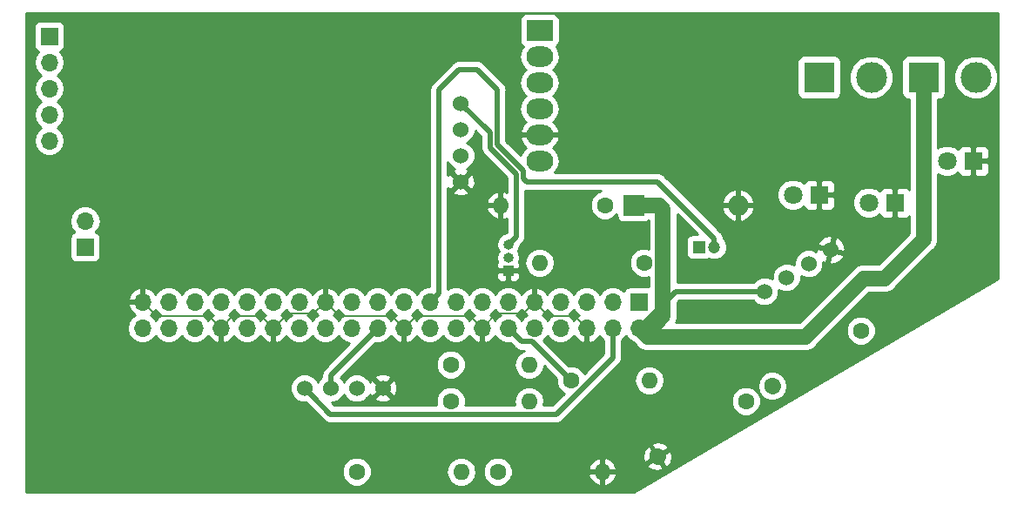
<source format=gbr>
G04 #@! TF.GenerationSoftware,KiCad,Pcbnew,(5.0.2)-1*
G04 #@! TF.CreationDate,2021-02-20T21:55:20+01:00*
G04 #@! TF.ProjectId,Radmesser,5261646d-6573-4736-9572-2e6b69636164,rev?*
G04 #@! TF.SameCoordinates,Original*
G04 #@! TF.FileFunction,Copper,L2,Bot*
G04 #@! TF.FilePolarity,Positive*
%FSLAX46Y46*%
G04 Gerber Fmt 4.6, Leading zero omitted, Abs format (unit mm)*
G04 Created by KiCad (PCBNEW (5.0.2)-1) date 20.02.2021 21:55:20*
%MOMM*%
%LPD*%
G01*
G04 APERTURE LIST*
G04 #@! TA.AperFunction,ComponentPad*
%ADD10C,1.600000*%
G04 #@! TD*
G04 #@! TA.AperFunction,ComponentPad*
%ADD11O,1.600000X1.600000*%
G04 #@! TD*
G04 #@! TA.AperFunction,ComponentPad*
%ADD12C,1.530000*%
G04 #@! TD*
G04 #@! TA.AperFunction,ComponentPad*
%ADD13R,1.800000X1.800000*%
G04 #@! TD*
G04 #@! TA.AperFunction,ComponentPad*
%ADD14C,1.800000*%
G04 #@! TD*
G04 #@! TA.AperFunction,ComponentPad*
%ADD15O,1.000000X1.000000*%
G04 #@! TD*
G04 #@! TA.AperFunction,ComponentPad*
%ADD16R,1.000000X1.000000*%
G04 #@! TD*
G04 #@! TA.AperFunction,ComponentPad*
%ADD17C,1.200000*%
G04 #@! TD*
G04 #@! TA.AperFunction,ComponentPad*
%ADD18R,1.200000X1.200000*%
G04 #@! TD*
G04 #@! TA.AperFunction,Conductor*
%ADD19C,1.600000*%
G04 #@! TD*
G04 #@! TA.AperFunction,ComponentPad*
%ADD20O,2.000000X2.000000*%
G04 #@! TD*
G04 #@! TA.AperFunction,ComponentPad*
%ADD21R,2.000000X2.000000*%
G04 #@! TD*
G04 #@! TA.AperFunction,ComponentPad*
%ADD22O,1.700000X1.700000*%
G04 #@! TD*
G04 #@! TA.AperFunction,ComponentPad*
%ADD23R,1.700000X1.700000*%
G04 #@! TD*
G04 #@! TA.AperFunction,ComponentPad*
%ADD24O,2.600000X2.000000*%
G04 #@! TD*
G04 #@! TA.AperFunction,ComponentPad*
%ADD25R,2.600000X2.000000*%
G04 #@! TD*
G04 #@! TA.AperFunction,ComponentPad*
%ADD26R,3.000000X3.000000*%
G04 #@! TD*
G04 #@! TA.AperFunction,ComponentPad*
%ADD27C,3.000000*%
G04 #@! TD*
G04 #@! TA.AperFunction,Conductor*
%ADD28C,0.200000*%
G04 #@! TD*
G04 #@! TA.AperFunction,Conductor*
%ADD29C,0.500000*%
G04 #@! TD*
G04 #@! TA.AperFunction,Conductor*
%ADD30C,1.500000*%
G04 #@! TD*
G04 #@! TA.AperFunction,Conductor*
%ADD31C,0.254000*%
G04 #@! TD*
G04 APERTURE END LIST*
D10*
G04 #@! TO.P,R6,1*
G04 #@! TO.N,Net-(J1-Pad12)*
X188722000Y-124460000D03*
D11*
G04 #@! TO.P,R6,2*
G04 #@! TO.N,Net-(Dgrun1-Pad2)*
X196342000Y-124460000D03*
G04 #@! TD*
D12*
G04 #@! TO.P,Uvorne1,2*
G04 #@! TO.N,Net-(J1-Pad22)*
X165354000Y-125222000D03*
G04 #@! TO.P,Uvorne1,3*
G04 #@! TO.N,Net-(R4-Pad1)*
X167894000Y-125222000D03*
G04 #@! TO.P,Uvorne1,4*
G04 #@! TO.N,GND*
X170434000Y-125222001D03*
G04 #@! TO.P,Uvorne1,1*
G04 #@! TO.N,Net-(D4-Pad1)*
X162814000Y-125221999D03*
G04 #@! TD*
G04 #@! TO.P,Uhinten2,1*
G04 #@! TO.N,Net-(D4-Pad1)*
X207518938Y-115810994D03*
G04 #@! TO.P,Uhinten2,4*
G04 #@! TO.N,GND*
X213981062Y-111773006D03*
G04 #@! TO.P,Uhinten2,3*
G04 #@! TO.N,Net-(R2-Pad1)*
X211827021Y-113119003D03*
G04 #@! TO.P,Uhinten2,2*
G04 #@! TO.N,Net-(J1-Pad22)*
X209672979Y-114464997D03*
G04 #@! TD*
D13*
G04 #@! TO.P,Drot2,1*
G04 #@! TO.N,GND*
X220218000Y-107188000D03*
D14*
G04 #@! TO.P,Drot2,2*
G04 #@! TO.N,Net-(Drot2-Pad2)*
X217678000Y-107188000D03*
G04 #@! TD*
G04 #@! TO.P,Dgrun1,2*
G04 #@! TO.N,Net-(Dgrun1-Pad2)*
X210312000Y-106426000D03*
D13*
G04 #@! TO.P,Dgrun1,1*
G04 #@! TO.N,GND*
X212852000Y-106426000D03*
G04 #@! TD*
D15*
G04 #@! TO.P,U3,3*
G04 #@! TO.N,Net-(GPS1-Pad1)*
X182626000Y-111252000D03*
G04 #@! TO.P,U3,2*
G04 #@! TO.N,Net-(J1-Pad7)*
X182626000Y-112522000D03*
D16*
G04 #@! TO.P,U3,1*
G04 #@! TO.N,GND*
X182626000Y-113792000D03*
G04 #@! TD*
D17*
G04 #@! TO.P,SW1,2*
G04 #@! TO.N,Net-(J1-Pad17)*
X202668000Y-111506000D03*
D18*
G04 #@! TO.P,SW1,1*
G04 #@! TO.N,Net-(J1-Pad31)*
X201168000Y-111506000D03*
G04 #@! TD*
D10*
G04 #@! TO.P,R1,2*
G04 #@! TO.N,GND*
X197123831Y-131875980D03*
D19*
G04 #@! TD*
G04 #@! TO.N,GND*
G04 #@! TO.C,R1*
X197123831Y-131875980D02*
X197123831Y-131875980D01*
D10*
G04 #@! TO.P,R1,1*
G04 #@! TO.N,Net-(J1-Pad16)*
X205740000Y-126492000D03*
G04 #@! TD*
G04 #@! TO.P,R2,1*
G04 #@! TO.N,Net-(R2-Pad1)*
X216916000Y-119634000D03*
G04 #@! TO.P,R2,2*
G04 #@! TO.N,Net-(J1-Pad16)*
X208299831Y-125017980D03*
D19*
G04 #@! TD*
G04 #@! TO.N,Net-(J1-Pad16)*
G04 #@! TO.C,R2*
X208299831Y-125017980D02*
X208299831Y-125017980D01*
D11*
G04 #@! TO.P,R3,2*
G04 #@! TO.N,GND*
X191770000Y-133350000D03*
D10*
G04 #@! TO.P,R3,1*
G04 #@! TO.N,Net-(J1-Pad18)*
X181610000Y-133350000D03*
G04 #@! TD*
G04 #@! TO.P,R4,1*
G04 #@! TO.N,Net-(R4-Pad1)*
X167894000Y-133350000D03*
D11*
G04 #@! TO.P,R4,2*
G04 #@! TO.N,Net-(J1-Pad18)*
X178054000Y-133350000D03*
G04 #@! TD*
G04 #@! TO.P,R7,2*
G04 #@! TO.N,Net-(J1-Pad7)*
X185674000Y-113030000D03*
D10*
G04 #@! TO.P,R7,1*
G04 #@! TO.N,Net-(GPS1-Pad1)*
X195834000Y-113030000D03*
G04 #@! TD*
G04 #@! TO.P,R8,1*
G04 #@! TO.N,Net-(J1-Pad31)*
X192024000Y-107442000D03*
D11*
G04 #@! TO.P,R8,2*
G04 #@! TO.N,GND*
X181864000Y-107442000D03*
G04 #@! TD*
D14*
G04 #@! TO.P,Dgelb3,2*
G04 #@! TO.N,Net-(Dgelb3-Pad2)*
X225298000Y-103124000D03*
D13*
G04 #@! TO.P,Dgelb3,1*
G04 #@! TO.N,GND*
X227838000Y-103124000D03*
G04 #@! TD*
D11*
G04 #@! TO.P,R5,2*
G04 #@! TO.N,Net-(Drot2-Pad2)*
X184658000Y-126492000D03*
D10*
G04 #@! TO.P,R5,1*
G04 #@! TO.N,Net-(J1-Pad38)*
X177038000Y-126492000D03*
G04 #@! TD*
D11*
G04 #@! TO.P,R9,2*
G04 #@! TO.N,Net-(Dgelb3-Pad2)*
X184658000Y-122936000D03*
D10*
G04 #@! TO.P,R9,1*
G04 #@! TO.N,Net-(J1-Pad36)*
X177038000Y-122936000D03*
G04 #@! TD*
D20*
G04 #@! TO.P,D4,2*
G04 #@! TO.N,GND*
X204978000Y-107442000D03*
D21*
G04 #@! TO.P,D4,1*
G04 #@! TO.N,Net-(D4-Pad1)*
X194818000Y-107442000D03*
G04 #@! TD*
D22*
G04 #@! TO.P,J2,2*
G04 #@! TO.N,Net-(J2-Pad2)*
X141478000Y-108966000D03*
D23*
G04 #@! TO.P,J2,1*
G04 #@! TO.N,Net-(J2-Pad1)*
X141478000Y-111506000D03*
G04 #@! TD*
D12*
G04 #@! TO.P,GPS1,2*
G04 #@! TO.N,Net-(GPS1-Pad2)*
X178000000Y-100076000D03*
G04 #@! TO.P,GPS1,3*
G04 #@! TO.N,Net-(GPS1-Pad3)*
X178000000Y-102616000D03*
G04 #@! TO.P,GPS1,4*
G04 #@! TO.N,GND*
X178000000Y-105156000D03*
G04 #@! TO.P,GPS1,1*
G04 #@! TO.N,Net-(GPS1-Pad1)*
X178000000Y-97536000D03*
G04 #@! TD*
D24*
G04 #@! TO.P,U4,6*
G04 #@! TO.N,Net-(SW2-Pad2)*
X185674000Y-103124000D03*
G04 #@! TO.P,U4,5*
G04 #@! TO.N,GND*
X185674000Y-100584000D03*
G04 #@! TO.P,U4,4*
G04 #@! TO.N,Net-(J3-Pad2)*
X185674000Y-98044000D03*
G04 #@! TO.P,U4,3*
G04 #@! TO.N,Net-(J3-Pad1)*
X185674000Y-95504000D03*
G04 #@! TO.P,U4,2*
G04 #@! TO.N,Net-(J2-Pad2)*
X185674000Y-92964000D03*
D25*
G04 #@! TO.P,U4,1*
G04 #@! TO.N,Net-(J2-Pad1)*
X185674000Y-90424000D03*
G04 #@! TD*
D22*
G04 #@! TO.P,J1,40*
G04 #@! TO.N,Net-(J1-Pad40)*
X147066000Y-119380000D03*
G04 #@! TO.P,J1,39*
G04 #@! TO.N,GND*
X147066000Y-116840000D03*
G04 #@! TO.P,J1,38*
G04 #@! TO.N,Net-(J1-Pad38)*
X149606000Y-119380000D03*
G04 #@! TO.P,J1,37*
G04 #@! TO.N,Net-(J1-Pad37)*
X149606000Y-116840000D03*
G04 #@! TO.P,J1,36*
G04 #@! TO.N,Net-(J1-Pad36)*
X152146000Y-119380000D03*
G04 #@! TO.P,J1,35*
G04 #@! TO.N,Net-(J1-Pad35)*
X152146000Y-116840000D03*
G04 #@! TO.P,J1,34*
G04 #@! TO.N,GND*
X154686000Y-119380000D03*
G04 #@! TO.P,J1,33*
G04 #@! TO.N,Net-(J1-Pad33)*
X154686000Y-116840000D03*
G04 #@! TO.P,J1,32*
G04 #@! TO.N,Net-(J1-Pad32)*
X157226000Y-119380000D03*
G04 #@! TO.P,J1,31*
G04 #@! TO.N,Net-(J1-Pad31)*
X157226000Y-116840000D03*
G04 #@! TO.P,J1,30*
G04 #@! TO.N,GND*
X159766000Y-119380000D03*
G04 #@! TO.P,J1,29*
G04 #@! TO.N,Net-(J1-Pad29)*
X159766000Y-116840000D03*
G04 #@! TO.P,J1,28*
G04 #@! TO.N,Net-(J1-Pad28)*
X162306000Y-119380000D03*
G04 #@! TO.P,J1,27*
G04 #@! TO.N,Net-(J1-Pad27)*
X162306000Y-116840000D03*
G04 #@! TO.P,J1,26*
G04 #@! TO.N,Net-(J1-Pad26)*
X164846000Y-119380000D03*
G04 #@! TO.P,J1,25*
G04 #@! TO.N,GND*
X164846000Y-116840000D03*
G04 #@! TO.P,J1,24*
G04 #@! TO.N,Net-(J1-Pad24)*
X167386000Y-119380000D03*
G04 #@! TO.P,J1,23*
G04 #@! TO.N,Net-(J1-Pad23)*
X167386000Y-116840000D03*
G04 #@! TO.P,J1,22*
G04 #@! TO.N,Net-(J1-Pad22)*
X169926000Y-119380000D03*
G04 #@! TO.P,J1,21*
G04 #@! TO.N,Net-(J1-Pad21)*
X169926000Y-116840000D03*
G04 #@! TO.P,J1,20*
G04 #@! TO.N,GND*
X172466000Y-119380000D03*
G04 #@! TO.P,J1,19*
G04 #@! TO.N,Net-(J1-Pad19)*
X172466000Y-116840000D03*
G04 #@! TO.P,J1,18*
G04 #@! TO.N,Net-(J1-Pad18)*
X175006000Y-119380000D03*
G04 #@! TO.P,J1,17*
G04 #@! TO.N,Net-(J1-Pad17)*
X175006000Y-116840000D03*
G04 #@! TO.P,J1,16*
G04 #@! TO.N,Net-(J1-Pad16)*
X177546000Y-119380000D03*
G04 #@! TO.P,J1,15*
G04 #@! TO.N,Net-(J1-Pad15)*
X177546000Y-116840000D03*
G04 #@! TO.P,J1,14*
G04 #@! TO.N,GND*
X180086000Y-119380000D03*
G04 #@! TO.P,J1,13*
G04 #@! TO.N,Net-(J1-Pad13)*
X180086000Y-116840000D03*
G04 #@! TO.P,J1,12*
G04 #@! TO.N,Net-(J1-Pad12)*
X182626000Y-119380000D03*
G04 #@! TO.P,J1,11*
G04 #@! TO.N,Net-(J1-Pad11)*
X182626000Y-116840000D03*
G04 #@! TO.P,J1,10*
G04 #@! TO.N,Net-(GPS1-Pad3)*
X185166000Y-119380000D03*
G04 #@! TO.P,J1,9*
G04 #@! TO.N,GND*
X185166000Y-116840000D03*
G04 #@! TO.P,J1,8*
G04 #@! TO.N,Net-(GPS1-Pad2)*
X187706000Y-119380000D03*
G04 #@! TO.P,J1,7*
G04 #@! TO.N,Net-(J1-Pad7)*
X187706000Y-116840000D03*
G04 #@! TO.P,J1,6*
G04 #@! TO.N,GND*
X190246000Y-119380000D03*
G04 #@! TO.P,J1,5*
G04 #@! TO.N,Net-(J1-Pad5)*
X190246000Y-116840000D03*
G04 #@! TO.P,J1,4*
G04 #@! TO.N,Net-(D4-Pad1)*
X192786000Y-119380000D03*
G04 #@! TO.P,J1,3*
G04 #@! TO.N,Net-(J1-Pad3)*
X192786000Y-116840000D03*
G04 #@! TO.P,J1,2*
G04 #@! TO.N,Net-(D4-Pad1)*
X195326000Y-119380000D03*
D23*
G04 #@! TO.P,J1,1*
G04 #@! TO.N,Net-(GPS1-Pad1)*
X195326000Y-116840000D03*
G04 #@! TD*
D26*
G04 #@! TO.P,J3,1*
G04 #@! TO.N,Net-(J3-Pad1)*
X212852000Y-94996000D03*
D27*
G04 #@! TO.P,J3,2*
G04 #@! TO.N,Net-(J3-Pad2)*
X217932000Y-94996000D03*
G04 #@! TD*
G04 #@! TO.P,SW2,2*
G04 #@! TO.N,Net-(SW2-Pad2)*
X228092000Y-94996000D03*
D26*
G04 #@! TO.P,SW2,1*
G04 #@! TO.N,Net-(D4-Pad1)*
X223012000Y-94996000D03*
G04 #@! TD*
D22*
G04 #@! TO.P,J4,5*
G04 #@! TO.N,Net-(J2-Pad2)*
X138000000Y-101160000D03*
G04 #@! TO.P,J4,4*
G04 #@! TO.N,Net-(J4-Pad4)*
X138000000Y-98620000D03*
G04 #@! TO.P,J4,3*
G04 #@! TO.N,Net-(J4-Pad3)*
X138000000Y-96080000D03*
G04 #@! TO.P,J4,2*
G04 #@! TO.N,Net-(J4-Pad2)*
X138000000Y-93540000D03*
D23*
G04 #@! TO.P,J4,1*
G04 #@! TO.N,Net-(J2-Pad1)*
X138000000Y-91000000D03*
G04 #@! TD*
D28*
G04 #@! TO.N,GND*
X184316001Y-117689999D02*
X185166000Y-116840000D01*
X184015999Y-117990001D02*
X184316001Y-117689999D01*
X181475999Y-117990001D02*
X184015999Y-117990001D01*
X180086000Y-119380000D02*
X181475999Y-117990001D01*
X189396001Y-118530001D02*
X190246000Y-119380000D01*
X189095999Y-118229999D02*
X189396001Y-118530001D01*
X186555999Y-118229999D02*
X189095999Y-118229999D01*
X185166000Y-116840000D02*
X186555999Y-118229999D01*
X173315999Y-118530001D02*
X172466000Y-119380000D01*
X173616001Y-118229999D02*
X173315999Y-118530001D01*
X178935999Y-118229999D02*
X173616001Y-118229999D01*
X180086000Y-119380000D02*
X178935999Y-118229999D01*
X171616001Y-118530001D02*
X172466000Y-119380000D01*
X171315999Y-118229999D02*
X171616001Y-118530001D01*
X166235999Y-118229999D02*
X171315999Y-118229999D01*
X164846000Y-116840000D02*
X166235999Y-118229999D01*
X160615999Y-118530001D02*
X159766000Y-119380000D01*
X161155999Y-117990001D02*
X160615999Y-118530001D01*
X163695999Y-117990001D02*
X161155999Y-117990001D01*
X164846000Y-116840000D02*
X163695999Y-117990001D01*
X158916001Y-118530001D02*
X159766000Y-119380000D01*
X158615999Y-118229999D02*
X158916001Y-118530001D01*
X155836001Y-118229999D02*
X158615999Y-118229999D01*
X154686000Y-119380000D02*
X155836001Y-118229999D01*
X153836001Y-118530001D02*
X154686000Y-119380000D01*
X153535999Y-118229999D02*
X153836001Y-118530001D01*
X148455999Y-118229999D02*
X153535999Y-118229999D01*
X147066000Y-116840000D02*
X148455999Y-118229999D01*
D29*
G04 #@! TO.N,Net-(GPS1-Pad1)*
X180848000Y-101854000D02*
X183388000Y-104394000D01*
X183388000Y-110490000D02*
X182626000Y-111252000D01*
X183388000Y-104394000D02*
X183388000Y-110490000D01*
X180848000Y-100384000D02*
X180848000Y-101854000D01*
X178000000Y-97536000D02*
X180848000Y-100384000D01*
G04 #@! TO.N,Net-(J1-Pad22)*
X165354000Y-123952000D02*
X169926000Y-119380000D01*
X165354000Y-125222000D02*
X165354000Y-123952000D01*
G04 #@! TO.N,Net-(J1-Pad12)*
X187922001Y-123660001D02*
X188722000Y-124460000D01*
X184942001Y-120680001D02*
X187922001Y-123660001D01*
X183926001Y-120680001D02*
X184942001Y-120680001D01*
X182626000Y-119380000D02*
X183926001Y-120680001D01*
G04 #@! TO.N,Net-(J1-Pad17)*
X202668000Y-110657472D02*
X202668000Y-111506000D01*
X184088010Y-104840010D02*
X184404000Y-105156000D01*
X197166528Y-105156000D02*
X202668000Y-110657472D01*
X184088010Y-104104048D02*
X184088010Y-104840010D01*
X181548010Y-101564048D02*
X184088010Y-104104048D01*
X184404000Y-105156000D02*
X197166528Y-105156000D01*
X175006000Y-116840000D02*
X175855999Y-115990001D01*
X175855999Y-96178001D02*
X177800000Y-94234000D01*
X177800000Y-94234000D02*
X179578000Y-94234000D01*
X179578000Y-94234000D02*
X181548010Y-96204010D01*
X175855999Y-115990001D02*
X175855999Y-96178001D01*
X181548010Y-96204010D02*
X181548010Y-101564048D01*
G04 #@! TO.N,Net-(D4-Pad1)*
X198895006Y-115810994D02*
X195326000Y-119380000D01*
X207518938Y-115810994D02*
X198895006Y-115810994D01*
X163578999Y-125986998D02*
X162814000Y-125221999D01*
X165334002Y-127742001D02*
X163578999Y-125986998D01*
X187290001Y-127742001D02*
X165334002Y-127742001D01*
X192786000Y-122246002D02*
X187290001Y-127742001D01*
X192786000Y-119380000D02*
X192786000Y-122246002D01*
D30*
X196528081Y-119380000D02*
X195326000Y-119380000D01*
X197684001Y-118224080D02*
X196528081Y-119380000D01*
X197684001Y-107808001D02*
X197684001Y-118224080D01*
X197318000Y-107442000D02*
X197684001Y-107808001D01*
X194818000Y-107442000D02*
X197318000Y-107442000D01*
X196175999Y-120229999D02*
X195326000Y-119380000D01*
X211494001Y-120229999D02*
X196175999Y-120229999D01*
X217170000Y-114554000D02*
X211494001Y-120229999D01*
X219202000Y-114554000D02*
X217170000Y-114554000D01*
X223012000Y-94996000D02*
X223012000Y-110744000D01*
X223012000Y-110744000D02*
X219202000Y-114554000D01*
G04 #@! TD*
D31*
G04 #@! TO.N,GND*
G36*
X230265000Y-114606781D02*
X194808053Y-135290000D01*
X135710000Y-135290000D01*
X135710000Y-133064561D01*
X166459000Y-133064561D01*
X166459000Y-133635439D01*
X166677466Y-134162862D01*
X167081138Y-134566534D01*
X167608561Y-134785000D01*
X168179439Y-134785000D01*
X168706862Y-134566534D01*
X169110534Y-134162862D01*
X169329000Y-133635439D01*
X169329000Y-133350000D01*
X176590887Y-133350000D01*
X176702260Y-133909909D01*
X177019423Y-134384577D01*
X177494091Y-134701740D01*
X177912667Y-134785000D01*
X178195333Y-134785000D01*
X178613909Y-134701740D01*
X179088577Y-134384577D01*
X179405740Y-133909909D01*
X179517113Y-133350000D01*
X179460336Y-133064561D01*
X180175000Y-133064561D01*
X180175000Y-133635439D01*
X180393466Y-134162862D01*
X180797138Y-134566534D01*
X181324561Y-134785000D01*
X181895439Y-134785000D01*
X182422862Y-134566534D01*
X182826534Y-134162862D01*
X183018655Y-133699039D01*
X190378096Y-133699039D01*
X190538959Y-134087423D01*
X190914866Y-134502389D01*
X191420959Y-134741914D01*
X191643000Y-134620629D01*
X191643000Y-133477000D01*
X191897000Y-133477000D01*
X191897000Y-134620629D01*
X192119041Y-134741914D01*
X192625134Y-134502389D01*
X193001041Y-134087423D01*
X193161904Y-133699039D01*
X193039915Y-133477000D01*
X191897000Y-133477000D01*
X191643000Y-133477000D01*
X190500085Y-133477000D01*
X190378096Y-133699039D01*
X183018655Y-133699039D01*
X183045000Y-133635439D01*
X183045000Y-133064561D01*
X183018656Y-133000961D01*
X190378096Y-133000961D01*
X190500085Y-133223000D01*
X191643000Y-133223000D01*
X191643000Y-132079371D01*
X191897000Y-132079371D01*
X191897000Y-133223000D01*
X193039915Y-133223000D01*
X193161904Y-133000961D01*
X193019290Y-132656635D01*
X196114182Y-132656635D01*
X196128392Y-132909579D01*
X196470624Y-133153703D01*
X197009309Y-133306413D01*
X197565429Y-133241354D01*
X197689460Y-133020834D01*
X197083429Y-132050982D01*
X196114182Y-132656635D01*
X193019290Y-132656635D01*
X193001041Y-132612577D01*
X192625134Y-132197611D01*
X192119041Y-131958086D01*
X191897000Y-132079371D01*
X191643000Y-132079371D01*
X191420959Y-131958086D01*
X190914866Y-132197611D01*
X190538959Y-132612577D01*
X190378096Y-133000961D01*
X183018656Y-133000961D01*
X182826534Y-132537138D01*
X182422862Y-132133466D01*
X181895439Y-131915000D01*
X181324561Y-131915000D01*
X180797138Y-132133466D01*
X180393466Y-132537138D01*
X180175000Y-133064561D01*
X179460336Y-133064561D01*
X179405740Y-132790091D01*
X179088577Y-132315423D01*
X178613909Y-131998260D01*
X178195333Y-131915000D01*
X177912667Y-131915000D01*
X177494091Y-131998260D01*
X177019423Y-132315423D01*
X176702260Y-132790091D01*
X176590887Y-133350000D01*
X169329000Y-133350000D01*
X169329000Y-133064561D01*
X169110534Y-132537138D01*
X168706862Y-132133466D01*
X168179439Y-131915000D01*
X167608561Y-131915000D01*
X167081138Y-132133466D01*
X166677466Y-132537138D01*
X166459000Y-133064561D01*
X135710000Y-133064561D01*
X135710000Y-131902962D01*
X195689074Y-131902962D01*
X195758467Y-132317575D01*
X195979582Y-132441230D01*
X196819515Y-131916382D01*
X197298833Y-131916382D01*
X197904864Y-132886235D01*
X198157437Y-132871426D01*
X198459699Y-132400109D01*
X198558588Y-131848998D01*
X198489195Y-131434385D01*
X198268080Y-131310730D01*
X197298833Y-131916382D01*
X196819515Y-131916382D01*
X196948829Y-131835578D01*
X196342798Y-130865725D01*
X196090225Y-130880534D01*
X195787963Y-131351851D01*
X195689074Y-131902962D01*
X135710000Y-131902962D01*
X135710000Y-130731126D01*
X196558202Y-130731126D01*
X197164233Y-131700978D01*
X198133480Y-131095325D01*
X198119270Y-130842381D01*
X197777038Y-130598257D01*
X197238353Y-130445547D01*
X196682233Y-130510606D01*
X196558202Y-130731126D01*
X135710000Y-130731126D01*
X135710000Y-119380000D01*
X145551908Y-119380000D01*
X145667161Y-119959418D01*
X145995375Y-120450625D01*
X146486582Y-120778839D01*
X146919744Y-120865000D01*
X147212256Y-120865000D01*
X147645418Y-120778839D01*
X148136625Y-120450625D01*
X148336000Y-120152239D01*
X148535375Y-120450625D01*
X149026582Y-120778839D01*
X149459744Y-120865000D01*
X149752256Y-120865000D01*
X150185418Y-120778839D01*
X150676625Y-120450625D01*
X150876000Y-120152239D01*
X151075375Y-120450625D01*
X151566582Y-120778839D01*
X151999744Y-120865000D01*
X152292256Y-120865000D01*
X152725418Y-120778839D01*
X153216625Y-120450625D01*
X153429843Y-120131522D01*
X153490817Y-120261358D01*
X153919076Y-120651645D01*
X154329110Y-120821476D01*
X154559000Y-120700155D01*
X154559000Y-119507000D01*
X154539000Y-119507000D01*
X154539000Y-119253000D01*
X154559000Y-119253000D01*
X154559000Y-119233000D01*
X154813000Y-119233000D01*
X154813000Y-119253000D01*
X154833000Y-119253000D01*
X154833000Y-119507000D01*
X154813000Y-119507000D01*
X154813000Y-120700155D01*
X155042890Y-120821476D01*
X155452924Y-120651645D01*
X155881183Y-120261358D01*
X155942157Y-120131522D01*
X156155375Y-120450625D01*
X156646582Y-120778839D01*
X157079744Y-120865000D01*
X157372256Y-120865000D01*
X157805418Y-120778839D01*
X158296625Y-120450625D01*
X158509843Y-120131522D01*
X158570817Y-120261358D01*
X158999076Y-120651645D01*
X159409110Y-120821476D01*
X159639000Y-120700155D01*
X159639000Y-119507000D01*
X159619000Y-119507000D01*
X159619000Y-119253000D01*
X159639000Y-119253000D01*
X159639000Y-119233000D01*
X159893000Y-119233000D01*
X159893000Y-119253000D01*
X159913000Y-119253000D01*
X159913000Y-119507000D01*
X159893000Y-119507000D01*
X159893000Y-120700155D01*
X160122890Y-120821476D01*
X160532924Y-120651645D01*
X160961183Y-120261358D01*
X161022157Y-120131522D01*
X161235375Y-120450625D01*
X161726582Y-120778839D01*
X162159744Y-120865000D01*
X162452256Y-120865000D01*
X162885418Y-120778839D01*
X163376625Y-120450625D01*
X163576000Y-120152239D01*
X163775375Y-120450625D01*
X164266582Y-120778839D01*
X164699744Y-120865000D01*
X164992256Y-120865000D01*
X165425418Y-120778839D01*
X165916625Y-120450625D01*
X166116000Y-120152239D01*
X166315375Y-120450625D01*
X166806582Y-120778839D01*
X167197770Y-120856651D01*
X164789845Y-123264577D01*
X164715952Y-123313951D01*
X164666578Y-123387844D01*
X164666576Y-123387846D01*
X164520348Y-123606691D01*
X164451663Y-123952000D01*
X164469001Y-124039165D01*
X164469001Y-124127099D01*
X164167137Y-124428963D01*
X164084000Y-124629674D01*
X164000863Y-124428962D01*
X163607037Y-124035136D01*
X163092477Y-123821999D01*
X162535523Y-123821999D01*
X162020963Y-124035136D01*
X161627137Y-124428962D01*
X161414000Y-124943522D01*
X161414000Y-125500476D01*
X161627137Y-126015036D01*
X162020963Y-126408862D01*
X162535523Y-126621999D01*
X162962421Y-126621999D01*
X163014844Y-126674422D01*
X163014847Y-126674424D01*
X164646579Y-128306157D01*
X164695953Y-128380050D01*
X164769846Y-128429424D01*
X164769847Y-128429425D01*
X164825588Y-128466670D01*
X164988692Y-128575653D01*
X165246837Y-128627001D01*
X165246842Y-128627001D01*
X165334001Y-128644338D01*
X165421161Y-128627001D01*
X187202840Y-128627001D01*
X187290001Y-128644338D01*
X187377162Y-128627001D01*
X187377166Y-128627001D01*
X187635311Y-128575653D01*
X187928050Y-128380050D01*
X187977426Y-128306154D01*
X190077019Y-126206561D01*
X204305000Y-126206561D01*
X204305000Y-126777439D01*
X204523466Y-127304862D01*
X204927138Y-127708534D01*
X205454561Y-127927000D01*
X206025439Y-127927000D01*
X206552862Y-127708534D01*
X206956534Y-127304862D01*
X207175000Y-126777439D01*
X207175000Y-126206561D01*
X206956534Y-125679138D01*
X206552862Y-125275466D01*
X206025439Y-125057000D01*
X205454561Y-125057000D01*
X204927138Y-125275466D01*
X204523466Y-125679138D01*
X204305000Y-126206561D01*
X190077019Y-126206561D01*
X191823580Y-124460000D01*
X194878887Y-124460000D01*
X194990260Y-125019909D01*
X195307423Y-125494577D01*
X195782091Y-125811740D01*
X196200667Y-125895000D01*
X196483333Y-125895000D01*
X196901909Y-125811740D01*
X197376577Y-125494577D01*
X197693740Y-125019909D01*
X197694123Y-125017980D01*
X206836718Y-125017980D01*
X206948091Y-125577889D01*
X207265254Y-126052557D01*
X207739922Y-126369720D01*
X208158498Y-126452980D01*
X208441164Y-126452980D01*
X208859740Y-126369720D01*
X209334408Y-126052557D01*
X209651571Y-125577889D01*
X209762944Y-125017980D01*
X209651571Y-124458071D01*
X209334408Y-123983403D01*
X208859740Y-123666240D01*
X208441164Y-123582980D01*
X208158498Y-123582980D01*
X207739922Y-123666240D01*
X207265254Y-123983403D01*
X206948091Y-124458071D01*
X206836718Y-125017980D01*
X197694123Y-125017980D01*
X197805113Y-124460000D01*
X197693740Y-123900091D01*
X197376577Y-123425423D01*
X196901909Y-123108260D01*
X196483333Y-123025000D01*
X196200667Y-123025000D01*
X195782091Y-123108260D01*
X195307423Y-123425423D01*
X194990260Y-123900091D01*
X194878887Y-124460000D01*
X191823580Y-124460000D01*
X193350156Y-122933425D01*
X193424049Y-122884051D01*
X193619652Y-122591312D01*
X193671000Y-122333167D01*
X193671000Y-122333163D01*
X193688337Y-122246003D01*
X193671000Y-122158843D01*
X193671000Y-120574656D01*
X193856625Y-120450625D01*
X194056000Y-120152239D01*
X194255375Y-120450625D01*
X194746582Y-120778839D01*
X194771014Y-120783699D01*
X195100199Y-121112884D01*
X195177470Y-121228528D01*
X195635599Y-121534640D01*
X196039592Y-121614999D01*
X196175998Y-121642132D01*
X196312404Y-121614999D01*
X211357594Y-121614999D01*
X211494001Y-121642132D01*
X211630408Y-121614999D01*
X212034401Y-121534640D01*
X212492530Y-121228528D01*
X212569800Y-121112885D01*
X214334124Y-119348561D01*
X215481000Y-119348561D01*
X215481000Y-119919439D01*
X215699466Y-120446862D01*
X216103138Y-120850534D01*
X216630561Y-121069000D01*
X217201439Y-121069000D01*
X217728862Y-120850534D01*
X218132534Y-120446862D01*
X218351000Y-119919439D01*
X218351000Y-119348561D01*
X218132534Y-118821138D01*
X217728862Y-118417466D01*
X217201439Y-118199000D01*
X216630561Y-118199000D01*
X216103138Y-118417466D01*
X215699466Y-118821138D01*
X215481000Y-119348561D01*
X214334124Y-119348561D01*
X217743686Y-115939000D01*
X219065593Y-115939000D01*
X219202000Y-115966133D01*
X219338407Y-115939000D01*
X219742400Y-115858641D01*
X220200529Y-115552529D01*
X220277799Y-115436886D01*
X223894888Y-111819798D01*
X224010529Y-111742529D01*
X224316641Y-111284400D01*
X224397000Y-110880407D01*
X224424133Y-110744000D01*
X224397000Y-110607593D01*
X224397000Y-104393817D01*
X224428493Y-104425310D01*
X224992670Y-104659000D01*
X225603330Y-104659000D01*
X226167507Y-104425310D01*
X226343861Y-104248956D01*
X226399673Y-104383699D01*
X226578302Y-104562327D01*
X226811691Y-104659000D01*
X227552250Y-104659000D01*
X227711000Y-104500250D01*
X227711000Y-103251000D01*
X227965000Y-103251000D01*
X227965000Y-104500250D01*
X228123750Y-104659000D01*
X228864309Y-104659000D01*
X229097698Y-104562327D01*
X229276327Y-104383699D01*
X229373000Y-104150310D01*
X229373000Y-103409750D01*
X229214250Y-103251000D01*
X227965000Y-103251000D01*
X227711000Y-103251000D01*
X227691000Y-103251000D01*
X227691000Y-102997000D01*
X227711000Y-102997000D01*
X227711000Y-101747750D01*
X227965000Y-101747750D01*
X227965000Y-102997000D01*
X229214250Y-102997000D01*
X229373000Y-102838250D01*
X229373000Y-102097690D01*
X229276327Y-101864301D01*
X229097698Y-101685673D01*
X228864309Y-101589000D01*
X228123750Y-101589000D01*
X227965000Y-101747750D01*
X227711000Y-101747750D01*
X227552250Y-101589000D01*
X226811691Y-101589000D01*
X226578302Y-101685673D01*
X226399673Y-101864301D01*
X226343861Y-101999044D01*
X226167507Y-101822690D01*
X225603330Y-101589000D01*
X224992670Y-101589000D01*
X224428493Y-101822690D01*
X224397000Y-101854183D01*
X224397000Y-97143440D01*
X224512000Y-97143440D01*
X224759765Y-97094157D01*
X224969809Y-96953809D01*
X225110157Y-96743765D01*
X225159440Y-96496000D01*
X225159440Y-94571322D01*
X225957000Y-94571322D01*
X225957000Y-95420678D01*
X226282034Y-96205380D01*
X226882620Y-96805966D01*
X227667322Y-97131000D01*
X228516678Y-97131000D01*
X229301380Y-96805966D01*
X229901966Y-96205380D01*
X230227000Y-95420678D01*
X230227000Y-94571322D01*
X229901966Y-93786620D01*
X229301380Y-93186034D01*
X228516678Y-92861000D01*
X227667322Y-92861000D01*
X226882620Y-93186034D01*
X226282034Y-93786620D01*
X225957000Y-94571322D01*
X225159440Y-94571322D01*
X225159440Y-93496000D01*
X225110157Y-93248235D01*
X224969809Y-93038191D01*
X224759765Y-92897843D01*
X224512000Y-92848560D01*
X221512000Y-92848560D01*
X221264235Y-92897843D01*
X221054191Y-93038191D01*
X220913843Y-93248235D01*
X220864560Y-93496000D01*
X220864560Y-96496000D01*
X220913843Y-96743765D01*
X221054191Y-96953809D01*
X221264235Y-97094157D01*
X221512000Y-97143440D01*
X221627000Y-97143440D01*
X221627001Y-105898975D01*
X221477698Y-105749673D01*
X221244309Y-105653000D01*
X220503750Y-105653000D01*
X220345000Y-105811750D01*
X220345000Y-107061000D01*
X220365000Y-107061000D01*
X220365000Y-107315000D01*
X220345000Y-107315000D01*
X220345000Y-108564250D01*
X220503750Y-108723000D01*
X221244309Y-108723000D01*
X221477698Y-108626327D01*
X221627001Y-108477025D01*
X221627001Y-110170313D01*
X218628315Y-113169000D01*
X217306407Y-113169000D01*
X217170000Y-113141867D01*
X217033593Y-113169000D01*
X216629600Y-113249359D01*
X216171471Y-113555471D01*
X216094202Y-113671112D01*
X210920316Y-118844999D01*
X198934841Y-118844999D01*
X198988642Y-118764480D01*
X199069001Y-118360487D01*
X199096134Y-118224080D01*
X199069001Y-118087673D01*
X199069001Y-116888578D01*
X199261585Y-116695994D01*
X206424038Y-116695994D01*
X206725901Y-116997857D01*
X207240461Y-117210994D01*
X207797415Y-117210994D01*
X208311975Y-116997857D01*
X208705801Y-116604031D01*
X208918938Y-116089471D01*
X208918938Y-115668013D01*
X209394502Y-115864997D01*
X209951456Y-115864997D01*
X210466016Y-115651860D01*
X210859842Y-115258034D01*
X211072979Y-114743474D01*
X211072979Y-114322018D01*
X211548544Y-114519003D01*
X212105498Y-114519003D01*
X212620058Y-114305866D01*
X213013884Y-113912040D01*
X213227021Y-113397480D01*
X213227021Y-112969713D01*
X213330706Y-113043671D01*
X213373239Y-113031527D01*
X213820850Y-113031527D01*
X214008575Y-113200169D01*
X214552633Y-113081004D01*
X215009674Y-112762708D01*
X215251727Y-112423362D01*
X215182445Y-112180708D01*
X214076238Y-111925320D01*
X213820850Y-113031527D01*
X213373239Y-113031527D01*
X213573360Y-112974389D01*
X213757685Y-112175991D01*
X213966921Y-111966755D01*
X213787313Y-111787147D01*
X213729249Y-111845211D01*
X213004243Y-111677830D01*
X214133376Y-111677830D01*
X215239583Y-111933218D01*
X215408225Y-111745493D01*
X215289060Y-111201435D01*
X214970764Y-110744394D01*
X214631418Y-110502341D01*
X214388764Y-110571623D01*
X214133376Y-111677830D01*
X213004243Y-111677830D01*
X212722541Y-111612794D01*
X212553899Y-111800519D01*
X212579003Y-111915135D01*
X212105498Y-111719003D01*
X211548544Y-111719003D01*
X211033984Y-111932140D01*
X210640158Y-112325966D01*
X210427021Y-112840526D01*
X210427021Y-113261982D01*
X209951456Y-113064997D01*
X209394502Y-113064997D01*
X208879942Y-113278134D01*
X208486116Y-113671960D01*
X208272979Y-114186520D01*
X208272979Y-114607978D01*
X207797415Y-114410994D01*
X207240461Y-114410994D01*
X206725901Y-114624131D01*
X206424038Y-114925994D01*
X199069001Y-114925994D01*
X199069001Y-108310051D01*
X201017509Y-110258560D01*
X200568000Y-110258560D01*
X200320235Y-110307843D01*
X200110191Y-110448191D01*
X199969843Y-110658235D01*
X199920560Y-110906000D01*
X199920560Y-112106000D01*
X199969843Y-112353765D01*
X200110191Y-112563809D01*
X200320235Y-112704157D01*
X200568000Y-112753440D01*
X201768000Y-112753440D01*
X202015765Y-112704157D01*
X202137317Y-112622938D01*
X202422343Y-112741000D01*
X202913657Y-112741000D01*
X203367571Y-112552982D01*
X203714982Y-112205571D01*
X203903000Y-111751657D01*
X203903000Y-111260343D01*
X203845966Y-111122650D01*
X212710397Y-111122650D01*
X212779679Y-111365304D01*
X213885886Y-111620692D01*
X214141274Y-110514485D01*
X213953549Y-110345843D01*
X213409491Y-110465008D01*
X212952450Y-110783304D01*
X212710397Y-111122650D01*
X203845966Y-111122650D01*
X203714982Y-110806429D01*
X203569621Y-110661068D01*
X203570337Y-110657471D01*
X203553000Y-110570311D01*
X203553000Y-110570307D01*
X203501652Y-110312162D01*
X203306049Y-110019423D01*
X203232156Y-109970049D01*
X201084541Y-107822434D01*
X203387876Y-107822434D01*
X203584598Y-108297385D01*
X204018006Y-108765505D01*
X204597565Y-109032133D01*
X204851000Y-108913319D01*
X204851000Y-107569000D01*
X205105000Y-107569000D01*
X205105000Y-108913319D01*
X205358435Y-109032133D01*
X205937994Y-108765505D01*
X206371402Y-108297385D01*
X206568124Y-107822434D01*
X206448777Y-107569000D01*
X205105000Y-107569000D01*
X204851000Y-107569000D01*
X203507223Y-107569000D01*
X203387876Y-107822434D01*
X201084541Y-107822434D01*
X200323673Y-107061566D01*
X203387876Y-107061566D01*
X203507223Y-107315000D01*
X204851000Y-107315000D01*
X204851000Y-105970681D01*
X205105000Y-105970681D01*
X205105000Y-107315000D01*
X206448777Y-107315000D01*
X206568124Y-107061566D01*
X206371402Y-106586615D01*
X205940008Y-106120670D01*
X208777000Y-106120670D01*
X208777000Y-106731330D01*
X209010690Y-107295507D01*
X209442493Y-107727310D01*
X210006670Y-107961000D01*
X210617330Y-107961000D01*
X211181507Y-107727310D01*
X211357861Y-107550956D01*
X211413673Y-107685699D01*
X211592302Y-107864327D01*
X211825691Y-107961000D01*
X212566250Y-107961000D01*
X212725000Y-107802250D01*
X212725000Y-106553000D01*
X212979000Y-106553000D01*
X212979000Y-107802250D01*
X213137750Y-107961000D01*
X213878309Y-107961000D01*
X214111698Y-107864327D01*
X214290327Y-107685699D01*
X214387000Y-107452310D01*
X214387000Y-106882670D01*
X216143000Y-106882670D01*
X216143000Y-107493330D01*
X216376690Y-108057507D01*
X216808493Y-108489310D01*
X217372670Y-108723000D01*
X217983330Y-108723000D01*
X218547507Y-108489310D01*
X218723861Y-108312956D01*
X218779673Y-108447699D01*
X218958302Y-108626327D01*
X219191691Y-108723000D01*
X219932250Y-108723000D01*
X220091000Y-108564250D01*
X220091000Y-107315000D01*
X220071000Y-107315000D01*
X220071000Y-107061000D01*
X220091000Y-107061000D01*
X220091000Y-105811750D01*
X219932250Y-105653000D01*
X219191691Y-105653000D01*
X218958302Y-105749673D01*
X218779673Y-105928301D01*
X218723861Y-106063044D01*
X218547507Y-105886690D01*
X217983330Y-105653000D01*
X217372670Y-105653000D01*
X216808493Y-105886690D01*
X216376690Y-106318493D01*
X216143000Y-106882670D01*
X214387000Y-106882670D01*
X214387000Y-106711750D01*
X214228250Y-106553000D01*
X212979000Y-106553000D01*
X212725000Y-106553000D01*
X212705000Y-106553000D01*
X212705000Y-106299000D01*
X212725000Y-106299000D01*
X212725000Y-105049750D01*
X212979000Y-105049750D01*
X212979000Y-106299000D01*
X214228250Y-106299000D01*
X214387000Y-106140250D01*
X214387000Y-105399690D01*
X214290327Y-105166301D01*
X214111698Y-104987673D01*
X213878309Y-104891000D01*
X213137750Y-104891000D01*
X212979000Y-105049750D01*
X212725000Y-105049750D01*
X212566250Y-104891000D01*
X211825691Y-104891000D01*
X211592302Y-104987673D01*
X211413673Y-105166301D01*
X211357861Y-105301044D01*
X211181507Y-105124690D01*
X210617330Y-104891000D01*
X210006670Y-104891000D01*
X209442493Y-105124690D01*
X209010690Y-105556493D01*
X208777000Y-106120670D01*
X205940008Y-106120670D01*
X205937994Y-106118495D01*
X205358435Y-105851867D01*
X205105000Y-105970681D01*
X204851000Y-105970681D01*
X204597565Y-105851867D01*
X204018006Y-106118495D01*
X203584598Y-106586615D01*
X203387876Y-107061566D01*
X200323673Y-107061566D01*
X197853952Y-104591846D01*
X197804577Y-104517951D01*
X197511838Y-104322348D01*
X197253693Y-104271000D01*
X197253689Y-104271000D01*
X197166528Y-104253663D01*
X197079367Y-104271000D01*
X187173996Y-104271000D01*
X187514136Y-103761945D01*
X187641031Y-103124000D01*
X187514136Y-102486055D01*
X187152769Y-101945231D01*
X186986371Y-101834048D01*
X187219922Y-101650317D01*
X187533144Y-101092355D01*
X187564124Y-100964434D01*
X187444777Y-100711000D01*
X185801000Y-100711000D01*
X185801000Y-100731000D01*
X185547000Y-100731000D01*
X185547000Y-100711000D01*
X183903223Y-100711000D01*
X183783876Y-100964434D01*
X183814856Y-101092355D01*
X184128078Y-101650317D01*
X184361629Y-101834048D01*
X184195231Y-101945231D01*
X183833864Y-102486055D01*
X183815237Y-102579697D01*
X182433010Y-101197470D01*
X182433010Y-96291171D01*
X182450347Y-96204010D01*
X182433010Y-96116849D01*
X182433010Y-96116845D01*
X182381662Y-95858700D01*
X182186059Y-95565961D01*
X182112166Y-95516587D01*
X180265425Y-93669847D01*
X180216049Y-93595951D01*
X179923310Y-93400348D01*
X179665165Y-93349000D01*
X179665161Y-93349000D01*
X179578000Y-93331663D01*
X179490839Y-93349000D01*
X177887161Y-93349000D01*
X177800000Y-93331663D01*
X177712839Y-93349000D01*
X177712835Y-93349000D01*
X177454690Y-93400348D01*
X177235845Y-93546576D01*
X177235844Y-93546577D01*
X177161951Y-93595951D01*
X177112577Y-93669844D01*
X175291844Y-95490578D01*
X175217951Y-95539952D01*
X175168577Y-95613845D01*
X175168575Y-95613847D01*
X175022347Y-95832692D01*
X174953662Y-96178001D01*
X174971000Y-96265167D01*
X174970999Y-115355000D01*
X174859744Y-115355000D01*
X174426582Y-115441161D01*
X173935375Y-115769375D01*
X173736000Y-116067761D01*
X173536625Y-115769375D01*
X173045418Y-115441161D01*
X172612256Y-115355000D01*
X172319744Y-115355000D01*
X171886582Y-115441161D01*
X171395375Y-115769375D01*
X171196000Y-116067761D01*
X170996625Y-115769375D01*
X170505418Y-115441161D01*
X170072256Y-115355000D01*
X169779744Y-115355000D01*
X169346582Y-115441161D01*
X168855375Y-115769375D01*
X168656000Y-116067761D01*
X168456625Y-115769375D01*
X167965418Y-115441161D01*
X167532256Y-115355000D01*
X167239744Y-115355000D01*
X166806582Y-115441161D01*
X166315375Y-115769375D01*
X166102157Y-116088478D01*
X166041183Y-115958642D01*
X165612924Y-115568355D01*
X165202890Y-115398524D01*
X164973000Y-115519845D01*
X164973000Y-116713000D01*
X164993000Y-116713000D01*
X164993000Y-116967000D01*
X164973000Y-116967000D01*
X164973000Y-116987000D01*
X164719000Y-116987000D01*
X164719000Y-116967000D01*
X164699000Y-116967000D01*
X164699000Y-116713000D01*
X164719000Y-116713000D01*
X164719000Y-115519845D01*
X164489110Y-115398524D01*
X164079076Y-115568355D01*
X163650817Y-115958642D01*
X163589843Y-116088478D01*
X163376625Y-115769375D01*
X162885418Y-115441161D01*
X162452256Y-115355000D01*
X162159744Y-115355000D01*
X161726582Y-115441161D01*
X161235375Y-115769375D01*
X161036000Y-116067761D01*
X160836625Y-115769375D01*
X160345418Y-115441161D01*
X159912256Y-115355000D01*
X159619744Y-115355000D01*
X159186582Y-115441161D01*
X158695375Y-115769375D01*
X158496000Y-116067761D01*
X158296625Y-115769375D01*
X157805418Y-115441161D01*
X157372256Y-115355000D01*
X157079744Y-115355000D01*
X156646582Y-115441161D01*
X156155375Y-115769375D01*
X155956000Y-116067761D01*
X155756625Y-115769375D01*
X155265418Y-115441161D01*
X154832256Y-115355000D01*
X154539744Y-115355000D01*
X154106582Y-115441161D01*
X153615375Y-115769375D01*
X153416000Y-116067761D01*
X153216625Y-115769375D01*
X152725418Y-115441161D01*
X152292256Y-115355000D01*
X151999744Y-115355000D01*
X151566582Y-115441161D01*
X151075375Y-115769375D01*
X150876000Y-116067761D01*
X150676625Y-115769375D01*
X150185418Y-115441161D01*
X149752256Y-115355000D01*
X149459744Y-115355000D01*
X149026582Y-115441161D01*
X148535375Y-115769375D01*
X148322157Y-116088478D01*
X148261183Y-115958642D01*
X147832924Y-115568355D01*
X147422890Y-115398524D01*
X147193000Y-115519845D01*
X147193000Y-116713000D01*
X147213000Y-116713000D01*
X147213000Y-116967000D01*
X147193000Y-116967000D01*
X147193000Y-116987000D01*
X146939000Y-116987000D01*
X146939000Y-116967000D01*
X145745181Y-116967000D01*
X145624514Y-117196892D01*
X145870817Y-117721358D01*
X146295786Y-118108647D01*
X145995375Y-118309375D01*
X145667161Y-118800582D01*
X145551908Y-119380000D01*
X135710000Y-119380000D01*
X135710000Y-116483108D01*
X145624514Y-116483108D01*
X145745181Y-116713000D01*
X146939000Y-116713000D01*
X146939000Y-115519845D01*
X146709110Y-115398524D01*
X146299076Y-115568355D01*
X145870817Y-115958642D01*
X145624514Y-116483108D01*
X135710000Y-116483108D01*
X135710000Y-108966000D01*
X139963908Y-108966000D01*
X140079161Y-109545418D01*
X140407375Y-110036625D01*
X140425619Y-110048816D01*
X140380235Y-110057843D01*
X140170191Y-110198191D01*
X140029843Y-110408235D01*
X139980560Y-110656000D01*
X139980560Y-112356000D01*
X140029843Y-112603765D01*
X140170191Y-112813809D01*
X140380235Y-112954157D01*
X140628000Y-113003440D01*
X142328000Y-113003440D01*
X142575765Y-112954157D01*
X142785809Y-112813809D01*
X142926157Y-112603765D01*
X142975440Y-112356000D01*
X142975440Y-110656000D01*
X142926157Y-110408235D01*
X142785809Y-110198191D01*
X142575765Y-110057843D01*
X142530381Y-110048816D01*
X142548625Y-110036625D01*
X142876839Y-109545418D01*
X142992092Y-108966000D01*
X142876839Y-108386582D01*
X142548625Y-107895375D01*
X142057418Y-107567161D01*
X141624256Y-107481000D01*
X141331744Y-107481000D01*
X140898582Y-107567161D01*
X140407375Y-107895375D01*
X140079161Y-108386582D01*
X139963908Y-108966000D01*
X135710000Y-108966000D01*
X135710000Y-93540000D01*
X136485908Y-93540000D01*
X136601161Y-94119418D01*
X136929375Y-94610625D01*
X137227761Y-94810000D01*
X136929375Y-95009375D01*
X136601161Y-95500582D01*
X136485908Y-96080000D01*
X136601161Y-96659418D01*
X136929375Y-97150625D01*
X137227761Y-97350000D01*
X136929375Y-97549375D01*
X136601161Y-98040582D01*
X136485908Y-98620000D01*
X136601161Y-99199418D01*
X136929375Y-99690625D01*
X137227761Y-99890000D01*
X136929375Y-100089375D01*
X136601161Y-100580582D01*
X136485908Y-101160000D01*
X136601161Y-101739418D01*
X136929375Y-102230625D01*
X137420582Y-102558839D01*
X137853744Y-102645000D01*
X138146256Y-102645000D01*
X138579418Y-102558839D01*
X139070625Y-102230625D01*
X139398839Y-101739418D01*
X139514092Y-101160000D01*
X139398839Y-100580582D01*
X139070625Y-100089375D01*
X138772239Y-99890000D01*
X139070625Y-99690625D01*
X139398839Y-99199418D01*
X139514092Y-98620000D01*
X139398839Y-98040582D01*
X139070625Y-97549375D01*
X138772239Y-97350000D01*
X139070625Y-97150625D01*
X139398839Y-96659418D01*
X139514092Y-96080000D01*
X139398839Y-95500582D01*
X139070625Y-95009375D01*
X138772239Y-94810000D01*
X139070625Y-94610625D01*
X139398839Y-94119418D01*
X139514092Y-93540000D01*
X139399519Y-92964000D01*
X183706969Y-92964000D01*
X183833864Y-93601945D01*
X184195231Y-94142769D01*
X184331768Y-94234000D01*
X184195231Y-94325231D01*
X183833864Y-94866055D01*
X183706969Y-95504000D01*
X183833864Y-96141945D01*
X184195231Y-96682769D01*
X184331768Y-96774000D01*
X184195231Y-96865231D01*
X183833864Y-97406055D01*
X183706969Y-98044000D01*
X183833864Y-98681945D01*
X184195231Y-99222769D01*
X184361629Y-99333952D01*
X184128078Y-99517683D01*
X183814856Y-100075645D01*
X183783876Y-100203566D01*
X183903223Y-100457000D01*
X185547000Y-100457000D01*
X185547000Y-100437000D01*
X185801000Y-100437000D01*
X185801000Y-100457000D01*
X187444777Y-100457000D01*
X187564124Y-100203566D01*
X187533144Y-100075645D01*
X187219922Y-99517683D01*
X186986371Y-99333952D01*
X187152769Y-99222769D01*
X187514136Y-98681945D01*
X187641031Y-98044000D01*
X187514136Y-97406055D01*
X187152769Y-96865231D01*
X187016232Y-96774000D01*
X187152769Y-96682769D01*
X187514136Y-96141945D01*
X187641031Y-95504000D01*
X187514136Y-94866055D01*
X187152769Y-94325231D01*
X187016232Y-94234000D01*
X187152769Y-94142769D01*
X187514136Y-93601945D01*
X187535209Y-93496000D01*
X210704560Y-93496000D01*
X210704560Y-96496000D01*
X210753843Y-96743765D01*
X210894191Y-96953809D01*
X211104235Y-97094157D01*
X211352000Y-97143440D01*
X214352000Y-97143440D01*
X214599765Y-97094157D01*
X214809809Y-96953809D01*
X214950157Y-96743765D01*
X214999440Y-96496000D01*
X214999440Y-94571322D01*
X215797000Y-94571322D01*
X215797000Y-95420678D01*
X216122034Y-96205380D01*
X216722620Y-96805966D01*
X217507322Y-97131000D01*
X218356678Y-97131000D01*
X219141380Y-96805966D01*
X219741966Y-96205380D01*
X220067000Y-95420678D01*
X220067000Y-94571322D01*
X219741966Y-93786620D01*
X219141380Y-93186034D01*
X218356678Y-92861000D01*
X217507322Y-92861000D01*
X216722620Y-93186034D01*
X216122034Y-93786620D01*
X215797000Y-94571322D01*
X214999440Y-94571322D01*
X214999440Y-93496000D01*
X214950157Y-93248235D01*
X214809809Y-93038191D01*
X214599765Y-92897843D01*
X214352000Y-92848560D01*
X211352000Y-92848560D01*
X211104235Y-92897843D01*
X210894191Y-93038191D01*
X210753843Y-93248235D01*
X210704560Y-93496000D01*
X187535209Y-93496000D01*
X187641031Y-92964000D01*
X187514136Y-92326055D01*
X187283511Y-91980900D01*
X187431809Y-91881809D01*
X187572157Y-91671765D01*
X187621440Y-91424000D01*
X187621440Y-89424000D01*
X187572157Y-89176235D01*
X187431809Y-88966191D01*
X187221765Y-88825843D01*
X186974000Y-88776560D01*
X184374000Y-88776560D01*
X184126235Y-88825843D01*
X183916191Y-88966191D01*
X183775843Y-89176235D01*
X183726560Y-89424000D01*
X183726560Y-91424000D01*
X183775843Y-91671765D01*
X183916191Y-91881809D01*
X184064489Y-91980900D01*
X183833864Y-92326055D01*
X183706969Y-92964000D01*
X139399519Y-92964000D01*
X139398839Y-92960582D01*
X139070625Y-92469375D01*
X139052381Y-92457184D01*
X139097765Y-92448157D01*
X139307809Y-92307809D01*
X139448157Y-92097765D01*
X139497440Y-91850000D01*
X139497440Y-90150000D01*
X139448157Y-89902235D01*
X139307809Y-89692191D01*
X139097765Y-89551843D01*
X138850000Y-89502560D01*
X137150000Y-89502560D01*
X136902235Y-89551843D01*
X136692191Y-89692191D01*
X136551843Y-89902235D01*
X136502560Y-90150000D01*
X136502560Y-91850000D01*
X136551843Y-92097765D01*
X136692191Y-92307809D01*
X136902235Y-92448157D01*
X136947619Y-92457184D01*
X136929375Y-92469375D01*
X136601161Y-92960582D01*
X136485908Y-93540000D01*
X135710000Y-93540000D01*
X135710000Y-88735000D01*
X230265001Y-88735000D01*
X230265000Y-114606781D01*
X230265000Y-114606781D01*
G37*
X230265000Y-114606781D02*
X194808053Y-135290000D01*
X135710000Y-135290000D01*
X135710000Y-133064561D01*
X166459000Y-133064561D01*
X166459000Y-133635439D01*
X166677466Y-134162862D01*
X167081138Y-134566534D01*
X167608561Y-134785000D01*
X168179439Y-134785000D01*
X168706862Y-134566534D01*
X169110534Y-134162862D01*
X169329000Y-133635439D01*
X169329000Y-133350000D01*
X176590887Y-133350000D01*
X176702260Y-133909909D01*
X177019423Y-134384577D01*
X177494091Y-134701740D01*
X177912667Y-134785000D01*
X178195333Y-134785000D01*
X178613909Y-134701740D01*
X179088577Y-134384577D01*
X179405740Y-133909909D01*
X179517113Y-133350000D01*
X179460336Y-133064561D01*
X180175000Y-133064561D01*
X180175000Y-133635439D01*
X180393466Y-134162862D01*
X180797138Y-134566534D01*
X181324561Y-134785000D01*
X181895439Y-134785000D01*
X182422862Y-134566534D01*
X182826534Y-134162862D01*
X183018655Y-133699039D01*
X190378096Y-133699039D01*
X190538959Y-134087423D01*
X190914866Y-134502389D01*
X191420959Y-134741914D01*
X191643000Y-134620629D01*
X191643000Y-133477000D01*
X191897000Y-133477000D01*
X191897000Y-134620629D01*
X192119041Y-134741914D01*
X192625134Y-134502389D01*
X193001041Y-134087423D01*
X193161904Y-133699039D01*
X193039915Y-133477000D01*
X191897000Y-133477000D01*
X191643000Y-133477000D01*
X190500085Y-133477000D01*
X190378096Y-133699039D01*
X183018655Y-133699039D01*
X183045000Y-133635439D01*
X183045000Y-133064561D01*
X183018656Y-133000961D01*
X190378096Y-133000961D01*
X190500085Y-133223000D01*
X191643000Y-133223000D01*
X191643000Y-132079371D01*
X191897000Y-132079371D01*
X191897000Y-133223000D01*
X193039915Y-133223000D01*
X193161904Y-133000961D01*
X193019290Y-132656635D01*
X196114182Y-132656635D01*
X196128392Y-132909579D01*
X196470624Y-133153703D01*
X197009309Y-133306413D01*
X197565429Y-133241354D01*
X197689460Y-133020834D01*
X197083429Y-132050982D01*
X196114182Y-132656635D01*
X193019290Y-132656635D01*
X193001041Y-132612577D01*
X192625134Y-132197611D01*
X192119041Y-131958086D01*
X191897000Y-132079371D01*
X191643000Y-132079371D01*
X191420959Y-131958086D01*
X190914866Y-132197611D01*
X190538959Y-132612577D01*
X190378096Y-133000961D01*
X183018656Y-133000961D01*
X182826534Y-132537138D01*
X182422862Y-132133466D01*
X181895439Y-131915000D01*
X181324561Y-131915000D01*
X180797138Y-132133466D01*
X180393466Y-132537138D01*
X180175000Y-133064561D01*
X179460336Y-133064561D01*
X179405740Y-132790091D01*
X179088577Y-132315423D01*
X178613909Y-131998260D01*
X178195333Y-131915000D01*
X177912667Y-131915000D01*
X177494091Y-131998260D01*
X177019423Y-132315423D01*
X176702260Y-132790091D01*
X176590887Y-133350000D01*
X169329000Y-133350000D01*
X169329000Y-133064561D01*
X169110534Y-132537138D01*
X168706862Y-132133466D01*
X168179439Y-131915000D01*
X167608561Y-131915000D01*
X167081138Y-132133466D01*
X166677466Y-132537138D01*
X166459000Y-133064561D01*
X135710000Y-133064561D01*
X135710000Y-131902962D01*
X195689074Y-131902962D01*
X195758467Y-132317575D01*
X195979582Y-132441230D01*
X196819515Y-131916382D01*
X197298833Y-131916382D01*
X197904864Y-132886235D01*
X198157437Y-132871426D01*
X198459699Y-132400109D01*
X198558588Y-131848998D01*
X198489195Y-131434385D01*
X198268080Y-131310730D01*
X197298833Y-131916382D01*
X196819515Y-131916382D01*
X196948829Y-131835578D01*
X196342798Y-130865725D01*
X196090225Y-130880534D01*
X195787963Y-131351851D01*
X195689074Y-131902962D01*
X135710000Y-131902962D01*
X135710000Y-130731126D01*
X196558202Y-130731126D01*
X197164233Y-131700978D01*
X198133480Y-131095325D01*
X198119270Y-130842381D01*
X197777038Y-130598257D01*
X197238353Y-130445547D01*
X196682233Y-130510606D01*
X196558202Y-130731126D01*
X135710000Y-130731126D01*
X135710000Y-119380000D01*
X145551908Y-119380000D01*
X145667161Y-119959418D01*
X145995375Y-120450625D01*
X146486582Y-120778839D01*
X146919744Y-120865000D01*
X147212256Y-120865000D01*
X147645418Y-120778839D01*
X148136625Y-120450625D01*
X148336000Y-120152239D01*
X148535375Y-120450625D01*
X149026582Y-120778839D01*
X149459744Y-120865000D01*
X149752256Y-120865000D01*
X150185418Y-120778839D01*
X150676625Y-120450625D01*
X150876000Y-120152239D01*
X151075375Y-120450625D01*
X151566582Y-120778839D01*
X151999744Y-120865000D01*
X152292256Y-120865000D01*
X152725418Y-120778839D01*
X153216625Y-120450625D01*
X153429843Y-120131522D01*
X153490817Y-120261358D01*
X153919076Y-120651645D01*
X154329110Y-120821476D01*
X154559000Y-120700155D01*
X154559000Y-119507000D01*
X154539000Y-119507000D01*
X154539000Y-119253000D01*
X154559000Y-119253000D01*
X154559000Y-119233000D01*
X154813000Y-119233000D01*
X154813000Y-119253000D01*
X154833000Y-119253000D01*
X154833000Y-119507000D01*
X154813000Y-119507000D01*
X154813000Y-120700155D01*
X155042890Y-120821476D01*
X155452924Y-120651645D01*
X155881183Y-120261358D01*
X155942157Y-120131522D01*
X156155375Y-120450625D01*
X156646582Y-120778839D01*
X157079744Y-120865000D01*
X157372256Y-120865000D01*
X157805418Y-120778839D01*
X158296625Y-120450625D01*
X158509843Y-120131522D01*
X158570817Y-120261358D01*
X158999076Y-120651645D01*
X159409110Y-120821476D01*
X159639000Y-120700155D01*
X159639000Y-119507000D01*
X159619000Y-119507000D01*
X159619000Y-119253000D01*
X159639000Y-119253000D01*
X159639000Y-119233000D01*
X159893000Y-119233000D01*
X159893000Y-119253000D01*
X159913000Y-119253000D01*
X159913000Y-119507000D01*
X159893000Y-119507000D01*
X159893000Y-120700155D01*
X160122890Y-120821476D01*
X160532924Y-120651645D01*
X160961183Y-120261358D01*
X161022157Y-120131522D01*
X161235375Y-120450625D01*
X161726582Y-120778839D01*
X162159744Y-120865000D01*
X162452256Y-120865000D01*
X162885418Y-120778839D01*
X163376625Y-120450625D01*
X163576000Y-120152239D01*
X163775375Y-120450625D01*
X164266582Y-120778839D01*
X164699744Y-120865000D01*
X164992256Y-120865000D01*
X165425418Y-120778839D01*
X165916625Y-120450625D01*
X166116000Y-120152239D01*
X166315375Y-120450625D01*
X166806582Y-120778839D01*
X167197770Y-120856651D01*
X164789845Y-123264577D01*
X164715952Y-123313951D01*
X164666578Y-123387844D01*
X164666576Y-123387846D01*
X164520348Y-123606691D01*
X164451663Y-123952000D01*
X164469001Y-124039165D01*
X164469001Y-124127099D01*
X164167137Y-124428963D01*
X164084000Y-124629674D01*
X164000863Y-124428962D01*
X163607037Y-124035136D01*
X163092477Y-123821999D01*
X162535523Y-123821999D01*
X162020963Y-124035136D01*
X161627137Y-124428962D01*
X161414000Y-124943522D01*
X161414000Y-125500476D01*
X161627137Y-126015036D01*
X162020963Y-126408862D01*
X162535523Y-126621999D01*
X162962421Y-126621999D01*
X163014844Y-126674422D01*
X163014847Y-126674424D01*
X164646579Y-128306157D01*
X164695953Y-128380050D01*
X164769846Y-128429424D01*
X164769847Y-128429425D01*
X164825588Y-128466670D01*
X164988692Y-128575653D01*
X165246837Y-128627001D01*
X165246842Y-128627001D01*
X165334001Y-128644338D01*
X165421161Y-128627001D01*
X187202840Y-128627001D01*
X187290001Y-128644338D01*
X187377162Y-128627001D01*
X187377166Y-128627001D01*
X187635311Y-128575653D01*
X187928050Y-128380050D01*
X187977426Y-128306154D01*
X190077019Y-126206561D01*
X204305000Y-126206561D01*
X204305000Y-126777439D01*
X204523466Y-127304862D01*
X204927138Y-127708534D01*
X205454561Y-127927000D01*
X206025439Y-127927000D01*
X206552862Y-127708534D01*
X206956534Y-127304862D01*
X207175000Y-126777439D01*
X207175000Y-126206561D01*
X206956534Y-125679138D01*
X206552862Y-125275466D01*
X206025439Y-125057000D01*
X205454561Y-125057000D01*
X204927138Y-125275466D01*
X204523466Y-125679138D01*
X204305000Y-126206561D01*
X190077019Y-126206561D01*
X191823580Y-124460000D01*
X194878887Y-124460000D01*
X194990260Y-125019909D01*
X195307423Y-125494577D01*
X195782091Y-125811740D01*
X196200667Y-125895000D01*
X196483333Y-125895000D01*
X196901909Y-125811740D01*
X197376577Y-125494577D01*
X197693740Y-125019909D01*
X197694123Y-125017980D01*
X206836718Y-125017980D01*
X206948091Y-125577889D01*
X207265254Y-126052557D01*
X207739922Y-126369720D01*
X208158498Y-126452980D01*
X208441164Y-126452980D01*
X208859740Y-126369720D01*
X209334408Y-126052557D01*
X209651571Y-125577889D01*
X209762944Y-125017980D01*
X209651571Y-124458071D01*
X209334408Y-123983403D01*
X208859740Y-123666240D01*
X208441164Y-123582980D01*
X208158498Y-123582980D01*
X207739922Y-123666240D01*
X207265254Y-123983403D01*
X206948091Y-124458071D01*
X206836718Y-125017980D01*
X197694123Y-125017980D01*
X197805113Y-124460000D01*
X197693740Y-123900091D01*
X197376577Y-123425423D01*
X196901909Y-123108260D01*
X196483333Y-123025000D01*
X196200667Y-123025000D01*
X195782091Y-123108260D01*
X195307423Y-123425423D01*
X194990260Y-123900091D01*
X194878887Y-124460000D01*
X191823580Y-124460000D01*
X193350156Y-122933425D01*
X193424049Y-122884051D01*
X193619652Y-122591312D01*
X193671000Y-122333167D01*
X193671000Y-122333163D01*
X193688337Y-122246003D01*
X193671000Y-122158843D01*
X193671000Y-120574656D01*
X193856625Y-120450625D01*
X194056000Y-120152239D01*
X194255375Y-120450625D01*
X194746582Y-120778839D01*
X194771014Y-120783699D01*
X195100199Y-121112884D01*
X195177470Y-121228528D01*
X195635599Y-121534640D01*
X196039592Y-121614999D01*
X196175998Y-121642132D01*
X196312404Y-121614999D01*
X211357594Y-121614999D01*
X211494001Y-121642132D01*
X211630408Y-121614999D01*
X212034401Y-121534640D01*
X212492530Y-121228528D01*
X212569800Y-121112885D01*
X214334124Y-119348561D01*
X215481000Y-119348561D01*
X215481000Y-119919439D01*
X215699466Y-120446862D01*
X216103138Y-120850534D01*
X216630561Y-121069000D01*
X217201439Y-121069000D01*
X217728862Y-120850534D01*
X218132534Y-120446862D01*
X218351000Y-119919439D01*
X218351000Y-119348561D01*
X218132534Y-118821138D01*
X217728862Y-118417466D01*
X217201439Y-118199000D01*
X216630561Y-118199000D01*
X216103138Y-118417466D01*
X215699466Y-118821138D01*
X215481000Y-119348561D01*
X214334124Y-119348561D01*
X217743686Y-115939000D01*
X219065593Y-115939000D01*
X219202000Y-115966133D01*
X219338407Y-115939000D01*
X219742400Y-115858641D01*
X220200529Y-115552529D01*
X220277799Y-115436886D01*
X223894888Y-111819798D01*
X224010529Y-111742529D01*
X224316641Y-111284400D01*
X224397000Y-110880407D01*
X224424133Y-110744000D01*
X224397000Y-110607593D01*
X224397000Y-104393817D01*
X224428493Y-104425310D01*
X224992670Y-104659000D01*
X225603330Y-104659000D01*
X226167507Y-104425310D01*
X226343861Y-104248956D01*
X226399673Y-104383699D01*
X226578302Y-104562327D01*
X226811691Y-104659000D01*
X227552250Y-104659000D01*
X227711000Y-104500250D01*
X227711000Y-103251000D01*
X227965000Y-103251000D01*
X227965000Y-104500250D01*
X228123750Y-104659000D01*
X228864309Y-104659000D01*
X229097698Y-104562327D01*
X229276327Y-104383699D01*
X229373000Y-104150310D01*
X229373000Y-103409750D01*
X229214250Y-103251000D01*
X227965000Y-103251000D01*
X227711000Y-103251000D01*
X227691000Y-103251000D01*
X227691000Y-102997000D01*
X227711000Y-102997000D01*
X227711000Y-101747750D01*
X227965000Y-101747750D01*
X227965000Y-102997000D01*
X229214250Y-102997000D01*
X229373000Y-102838250D01*
X229373000Y-102097690D01*
X229276327Y-101864301D01*
X229097698Y-101685673D01*
X228864309Y-101589000D01*
X228123750Y-101589000D01*
X227965000Y-101747750D01*
X227711000Y-101747750D01*
X227552250Y-101589000D01*
X226811691Y-101589000D01*
X226578302Y-101685673D01*
X226399673Y-101864301D01*
X226343861Y-101999044D01*
X226167507Y-101822690D01*
X225603330Y-101589000D01*
X224992670Y-101589000D01*
X224428493Y-101822690D01*
X224397000Y-101854183D01*
X224397000Y-97143440D01*
X224512000Y-97143440D01*
X224759765Y-97094157D01*
X224969809Y-96953809D01*
X225110157Y-96743765D01*
X225159440Y-96496000D01*
X225159440Y-94571322D01*
X225957000Y-94571322D01*
X225957000Y-95420678D01*
X226282034Y-96205380D01*
X226882620Y-96805966D01*
X227667322Y-97131000D01*
X228516678Y-97131000D01*
X229301380Y-96805966D01*
X229901966Y-96205380D01*
X230227000Y-95420678D01*
X230227000Y-94571322D01*
X229901966Y-93786620D01*
X229301380Y-93186034D01*
X228516678Y-92861000D01*
X227667322Y-92861000D01*
X226882620Y-93186034D01*
X226282034Y-93786620D01*
X225957000Y-94571322D01*
X225159440Y-94571322D01*
X225159440Y-93496000D01*
X225110157Y-93248235D01*
X224969809Y-93038191D01*
X224759765Y-92897843D01*
X224512000Y-92848560D01*
X221512000Y-92848560D01*
X221264235Y-92897843D01*
X221054191Y-93038191D01*
X220913843Y-93248235D01*
X220864560Y-93496000D01*
X220864560Y-96496000D01*
X220913843Y-96743765D01*
X221054191Y-96953809D01*
X221264235Y-97094157D01*
X221512000Y-97143440D01*
X221627000Y-97143440D01*
X221627001Y-105898975D01*
X221477698Y-105749673D01*
X221244309Y-105653000D01*
X220503750Y-105653000D01*
X220345000Y-105811750D01*
X220345000Y-107061000D01*
X220365000Y-107061000D01*
X220365000Y-107315000D01*
X220345000Y-107315000D01*
X220345000Y-108564250D01*
X220503750Y-108723000D01*
X221244309Y-108723000D01*
X221477698Y-108626327D01*
X221627001Y-108477025D01*
X221627001Y-110170313D01*
X218628315Y-113169000D01*
X217306407Y-113169000D01*
X217170000Y-113141867D01*
X217033593Y-113169000D01*
X216629600Y-113249359D01*
X216171471Y-113555471D01*
X216094202Y-113671112D01*
X210920316Y-118844999D01*
X198934841Y-118844999D01*
X198988642Y-118764480D01*
X199069001Y-118360487D01*
X199096134Y-118224080D01*
X199069001Y-118087673D01*
X199069001Y-116888578D01*
X199261585Y-116695994D01*
X206424038Y-116695994D01*
X206725901Y-116997857D01*
X207240461Y-117210994D01*
X207797415Y-117210994D01*
X208311975Y-116997857D01*
X208705801Y-116604031D01*
X208918938Y-116089471D01*
X208918938Y-115668013D01*
X209394502Y-115864997D01*
X209951456Y-115864997D01*
X210466016Y-115651860D01*
X210859842Y-115258034D01*
X211072979Y-114743474D01*
X211072979Y-114322018D01*
X211548544Y-114519003D01*
X212105498Y-114519003D01*
X212620058Y-114305866D01*
X213013884Y-113912040D01*
X213227021Y-113397480D01*
X213227021Y-112969713D01*
X213330706Y-113043671D01*
X213373239Y-113031527D01*
X213820850Y-113031527D01*
X214008575Y-113200169D01*
X214552633Y-113081004D01*
X215009674Y-112762708D01*
X215251727Y-112423362D01*
X215182445Y-112180708D01*
X214076238Y-111925320D01*
X213820850Y-113031527D01*
X213373239Y-113031527D01*
X213573360Y-112974389D01*
X213757685Y-112175991D01*
X213966921Y-111966755D01*
X213787313Y-111787147D01*
X213729249Y-111845211D01*
X213004243Y-111677830D01*
X214133376Y-111677830D01*
X215239583Y-111933218D01*
X215408225Y-111745493D01*
X215289060Y-111201435D01*
X214970764Y-110744394D01*
X214631418Y-110502341D01*
X214388764Y-110571623D01*
X214133376Y-111677830D01*
X213004243Y-111677830D01*
X212722541Y-111612794D01*
X212553899Y-111800519D01*
X212579003Y-111915135D01*
X212105498Y-111719003D01*
X211548544Y-111719003D01*
X211033984Y-111932140D01*
X210640158Y-112325966D01*
X210427021Y-112840526D01*
X210427021Y-113261982D01*
X209951456Y-113064997D01*
X209394502Y-113064997D01*
X208879942Y-113278134D01*
X208486116Y-113671960D01*
X208272979Y-114186520D01*
X208272979Y-114607978D01*
X207797415Y-114410994D01*
X207240461Y-114410994D01*
X206725901Y-114624131D01*
X206424038Y-114925994D01*
X199069001Y-114925994D01*
X199069001Y-108310051D01*
X201017509Y-110258560D01*
X200568000Y-110258560D01*
X200320235Y-110307843D01*
X200110191Y-110448191D01*
X199969843Y-110658235D01*
X199920560Y-110906000D01*
X199920560Y-112106000D01*
X199969843Y-112353765D01*
X200110191Y-112563809D01*
X200320235Y-112704157D01*
X200568000Y-112753440D01*
X201768000Y-112753440D01*
X202015765Y-112704157D01*
X202137317Y-112622938D01*
X202422343Y-112741000D01*
X202913657Y-112741000D01*
X203367571Y-112552982D01*
X203714982Y-112205571D01*
X203903000Y-111751657D01*
X203903000Y-111260343D01*
X203845966Y-111122650D01*
X212710397Y-111122650D01*
X212779679Y-111365304D01*
X213885886Y-111620692D01*
X214141274Y-110514485D01*
X213953549Y-110345843D01*
X213409491Y-110465008D01*
X212952450Y-110783304D01*
X212710397Y-111122650D01*
X203845966Y-111122650D01*
X203714982Y-110806429D01*
X203569621Y-110661068D01*
X203570337Y-110657471D01*
X203553000Y-110570311D01*
X203553000Y-110570307D01*
X203501652Y-110312162D01*
X203306049Y-110019423D01*
X203232156Y-109970049D01*
X201084541Y-107822434D01*
X203387876Y-107822434D01*
X203584598Y-108297385D01*
X204018006Y-108765505D01*
X204597565Y-109032133D01*
X204851000Y-108913319D01*
X204851000Y-107569000D01*
X205105000Y-107569000D01*
X205105000Y-108913319D01*
X205358435Y-109032133D01*
X205937994Y-108765505D01*
X206371402Y-108297385D01*
X206568124Y-107822434D01*
X206448777Y-107569000D01*
X205105000Y-107569000D01*
X204851000Y-107569000D01*
X203507223Y-107569000D01*
X203387876Y-107822434D01*
X201084541Y-107822434D01*
X200323673Y-107061566D01*
X203387876Y-107061566D01*
X203507223Y-107315000D01*
X204851000Y-107315000D01*
X204851000Y-105970681D01*
X205105000Y-105970681D01*
X205105000Y-107315000D01*
X206448777Y-107315000D01*
X206568124Y-107061566D01*
X206371402Y-106586615D01*
X205940008Y-106120670D01*
X208777000Y-106120670D01*
X208777000Y-106731330D01*
X209010690Y-107295507D01*
X209442493Y-107727310D01*
X210006670Y-107961000D01*
X210617330Y-107961000D01*
X211181507Y-107727310D01*
X211357861Y-107550956D01*
X211413673Y-107685699D01*
X211592302Y-107864327D01*
X211825691Y-107961000D01*
X212566250Y-107961000D01*
X212725000Y-107802250D01*
X212725000Y-106553000D01*
X212979000Y-106553000D01*
X212979000Y-107802250D01*
X213137750Y-107961000D01*
X213878309Y-107961000D01*
X214111698Y-107864327D01*
X214290327Y-107685699D01*
X214387000Y-107452310D01*
X214387000Y-106882670D01*
X216143000Y-106882670D01*
X216143000Y-107493330D01*
X216376690Y-108057507D01*
X216808493Y-108489310D01*
X217372670Y-108723000D01*
X217983330Y-108723000D01*
X218547507Y-108489310D01*
X218723861Y-108312956D01*
X218779673Y-108447699D01*
X218958302Y-108626327D01*
X219191691Y-108723000D01*
X219932250Y-108723000D01*
X220091000Y-108564250D01*
X220091000Y-107315000D01*
X220071000Y-107315000D01*
X220071000Y-107061000D01*
X220091000Y-107061000D01*
X220091000Y-105811750D01*
X219932250Y-105653000D01*
X219191691Y-105653000D01*
X218958302Y-105749673D01*
X218779673Y-105928301D01*
X218723861Y-106063044D01*
X218547507Y-105886690D01*
X217983330Y-105653000D01*
X217372670Y-105653000D01*
X216808493Y-105886690D01*
X216376690Y-106318493D01*
X216143000Y-106882670D01*
X214387000Y-106882670D01*
X214387000Y-106711750D01*
X214228250Y-106553000D01*
X212979000Y-106553000D01*
X212725000Y-106553000D01*
X212705000Y-106553000D01*
X212705000Y-106299000D01*
X212725000Y-106299000D01*
X212725000Y-105049750D01*
X212979000Y-105049750D01*
X212979000Y-106299000D01*
X214228250Y-106299000D01*
X214387000Y-106140250D01*
X214387000Y-105399690D01*
X214290327Y-105166301D01*
X214111698Y-104987673D01*
X213878309Y-104891000D01*
X213137750Y-104891000D01*
X212979000Y-105049750D01*
X212725000Y-105049750D01*
X212566250Y-104891000D01*
X211825691Y-104891000D01*
X211592302Y-104987673D01*
X211413673Y-105166301D01*
X211357861Y-105301044D01*
X211181507Y-105124690D01*
X210617330Y-104891000D01*
X210006670Y-104891000D01*
X209442493Y-105124690D01*
X209010690Y-105556493D01*
X208777000Y-106120670D01*
X205940008Y-106120670D01*
X205937994Y-106118495D01*
X205358435Y-105851867D01*
X205105000Y-105970681D01*
X204851000Y-105970681D01*
X204597565Y-105851867D01*
X204018006Y-106118495D01*
X203584598Y-106586615D01*
X203387876Y-107061566D01*
X200323673Y-107061566D01*
X197853952Y-104591846D01*
X197804577Y-104517951D01*
X197511838Y-104322348D01*
X197253693Y-104271000D01*
X197253689Y-104271000D01*
X197166528Y-104253663D01*
X197079367Y-104271000D01*
X187173996Y-104271000D01*
X187514136Y-103761945D01*
X187641031Y-103124000D01*
X187514136Y-102486055D01*
X187152769Y-101945231D01*
X186986371Y-101834048D01*
X187219922Y-101650317D01*
X187533144Y-101092355D01*
X187564124Y-100964434D01*
X187444777Y-100711000D01*
X185801000Y-100711000D01*
X185801000Y-100731000D01*
X185547000Y-100731000D01*
X185547000Y-100711000D01*
X183903223Y-100711000D01*
X183783876Y-100964434D01*
X183814856Y-101092355D01*
X184128078Y-101650317D01*
X184361629Y-101834048D01*
X184195231Y-101945231D01*
X183833864Y-102486055D01*
X183815237Y-102579697D01*
X182433010Y-101197470D01*
X182433010Y-96291171D01*
X182450347Y-96204010D01*
X182433010Y-96116849D01*
X182433010Y-96116845D01*
X182381662Y-95858700D01*
X182186059Y-95565961D01*
X182112166Y-95516587D01*
X180265425Y-93669847D01*
X180216049Y-93595951D01*
X179923310Y-93400348D01*
X179665165Y-93349000D01*
X179665161Y-93349000D01*
X179578000Y-93331663D01*
X179490839Y-93349000D01*
X177887161Y-93349000D01*
X177800000Y-93331663D01*
X177712839Y-93349000D01*
X177712835Y-93349000D01*
X177454690Y-93400348D01*
X177235845Y-93546576D01*
X177235844Y-93546577D01*
X177161951Y-93595951D01*
X177112577Y-93669844D01*
X175291844Y-95490578D01*
X175217951Y-95539952D01*
X175168577Y-95613845D01*
X175168575Y-95613847D01*
X175022347Y-95832692D01*
X174953662Y-96178001D01*
X174971000Y-96265167D01*
X174970999Y-115355000D01*
X174859744Y-115355000D01*
X174426582Y-115441161D01*
X173935375Y-115769375D01*
X173736000Y-116067761D01*
X173536625Y-115769375D01*
X173045418Y-115441161D01*
X172612256Y-115355000D01*
X172319744Y-115355000D01*
X171886582Y-115441161D01*
X171395375Y-115769375D01*
X171196000Y-116067761D01*
X170996625Y-115769375D01*
X170505418Y-115441161D01*
X170072256Y-115355000D01*
X169779744Y-115355000D01*
X169346582Y-115441161D01*
X168855375Y-115769375D01*
X168656000Y-116067761D01*
X168456625Y-115769375D01*
X167965418Y-115441161D01*
X167532256Y-115355000D01*
X167239744Y-115355000D01*
X166806582Y-115441161D01*
X166315375Y-115769375D01*
X166102157Y-116088478D01*
X166041183Y-115958642D01*
X165612924Y-115568355D01*
X165202890Y-115398524D01*
X164973000Y-115519845D01*
X164973000Y-116713000D01*
X164993000Y-116713000D01*
X164993000Y-116967000D01*
X164973000Y-116967000D01*
X164973000Y-116987000D01*
X164719000Y-116987000D01*
X164719000Y-116967000D01*
X164699000Y-116967000D01*
X164699000Y-116713000D01*
X164719000Y-116713000D01*
X164719000Y-115519845D01*
X164489110Y-115398524D01*
X164079076Y-115568355D01*
X163650817Y-115958642D01*
X163589843Y-116088478D01*
X163376625Y-115769375D01*
X162885418Y-115441161D01*
X162452256Y-115355000D01*
X162159744Y-115355000D01*
X161726582Y-115441161D01*
X161235375Y-115769375D01*
X161036000Y-116067761D01*
X160836625Y-115769375D01*
X160345418Y-115441161D01*
X159912256Y-115355000D01*
X159619744Y-115355000D01*
X159186582Y-115441161D01*
X158695375Y-115769375D01*
X158496000Y-116067761D01*
X158296625Y-115769375D01*
X157805418Y-115441161D01*
X157372256Y-115355000D01*
X157079744Y-115355000D01*
X156646582Y-115441161D01*
X156155375Y-115769375D01*
X155956000Y-116067761D01*
X155756625Y-115769375D01*
X155265418Y-115441161D01*
X154832256Y-115355000D01*
X154539744Y-115355000D01*
X154106582Y-115441161D01*
X153615375Y-115769375D01*
X153416000Y-116067761D01*
X153216625Y-115769375D01*
X152725418Y-115441161D01*
X152292256Y-115355000D01*
X151999744Y-115355000D01*
X151566582Y-115441161D01*
X151075375Y-115769375D01*
X150876000Y-116067761D01*
X150676625Y-115769375D01*
X150185418Y-115441161D01*
X149752256Y-115355000D01*
X149459744Y-115355000D01*
X149026582Y-115441161D01*
X148535375Y-115769375D01*
X148322157Y-116088478D01*
X148261183Y-115958642D01*
X147832924Y-115568355D01*
X147422890Y-115398524D01*
X147193000Y-115519845D01*
X147193000Y-116713000D01*
X147213000Y-116713000D01*
X147213000Y-116967000D01*
X147193000Y-116967000D01*
X147193000Y-116987000D01*
X146939000Y-116987000D01*
X146939000Y-116967000D01*
X145745181Y-116967000D01*
X145624514Y-117196892D01*
X145870817Y-117721358D01*
X146295786Y-118108647D01*
X145995375Y-118309375D01*
X145667161Y-118800582D01*
X145551908Y-119380000D01*
X135710000Y-119380000D01*
X135710000Y-116483108D01*
X145624514Y-116483108D01*
X145745181Y-116713000D01*
X146939000Y-116713000D01*
X146939000Y-115519845D01*
X146709110Y-115398524D01*
X146299076Y-115568355D01*
X145870817Y-115958642D01*
X145624514Y-116483108D01*
X135710000Y-116483108D01*
X135710000Y-108966000D01*
X139963908Y-108966000D01*
X140079161Y-109545418D01*
X140407375Y-110036625D01*
X140425619Y-110048816D01*
X140380235Y-110057843D01*
X140170191Y-110198191D01*
X140029843Y-110408235D01*
X139980560Y-110656000D01*
X139980560Y-112356000D01*
X140029843Y-112603765D01*
X140170191Y-112813809D01*
X140380235Y-112954157D01*
X140628000Y-113003440D01*
X142328000Y-113003440D01*
X142575765Y-112954157D01*
X142785809Y-112813809D01*
X142926157Y-112603765D01*
X142975440Y-112356000D01*
X142975440Y-110656000D01*
X142926157Y-110408235D01*
X142785809Y-110198191D01*
X142575765Y-110057843D01*
X142530381Y-110048816D01*
X142548625Y-110036625D01*
X142876839Y-109545418D01*
X142992092Y-108966000D01*
X142876839Y-108386582D01*
X142548625Y-107895375D01*
X142057418Y-107567161D01*
X141624256Y-107481000D01*
X141331744Y-107481000D01*
X140898582Y-107567161D01*
X140407375Y-107895375D01*
X140079161Y-108386582D01*
X139963908Y-108966000D01*
X135710000Y-108966000D01*
X135710000Y-93540000D01*
X136485908Y-93540000D01*
X136601161Y-94119418D01*
X136929375Y-94610625D01*
X137227761Y-94810000D01*
X136929375Y-95009375D01*
X136601161Y-95500582D01*
X136485908Y-96080000D01*
X136601161Y-96659418D01*
X136929375Y-97150625D01*
X137227761Y-97350000D01*
X136929375Y-97549375D01*
X136601161Y-98040582D01*
X136485908Y-98620000D01*
X136601161Y-99199418D01*
X136929375Y-99690625D01*
X137227761Y-99890000D01*
X136929375Y-100089375D01*
X136601161Y-100580582D01*
X136485908Y-101160000D01*
X136601161Y-101739418D01*
X136929375Y-102230625D01*
X137420582Y-102558839D01*
X137853744Y-102645000D01*
X138146256Y-102645000D01*
X138579418Y-102558839D01*
X139070625Y-102230625D01*
X139398839Y-101739418D01*
X139514092Y-101160000D01*
X139398839Y-100580582D01*
X139070625Y-100089375D01*
X138772239Y-99890000D01*
X139070625Y-99690625D01*
X139398839Y-99199418D01*
X139514092Y-98620000D01*
X139398839Y-98040582D01*
X139070625Y-97549375D01*
X138772239Y-97350000D01*
X139070625Y-97150625D01*
X139398839Y-96659418D01*
X139514092Y-96080000D01*
X139398839Y-95500582D01*
X139070625Y-95009375D01*
X138772239Y-94810000D01*
X139070625Y-94610625D01*
X139398839Y-94119418D01*
X139514092Y-93540000D01*
X139399519Y-92964000D01*
X183706969Y-92964000D01*
X183833864Y-93601945D01*
X184195231Y-94142769D01*
X184331768Y-94234000D01*
X184195231Y-94325231D01*
X183833864Y-94866055D01*
X183706969Y-95504000D01*
X183833864Y-96141945D01*
X184195231Y-96682769D01*
X184331768Y-96774000D01*
X184195231Y-96865231D01*
X183833864Y-97406055D01*
X183706969Y-98044000D01*
X183833864Y-98681945D01*
X184195231Y-99222769D01*
X184361629Y-99333952D01*
X184128078Y-99517683D01*
X183814856Y-100075645D01*
X183783876Y-100203566D01*
X183903223Y-100457000D01*
X185547000Y-100457000D01*
X185547000Y-100437000D01*
X185801000Y-100437000D01*
X185801000Y-100457000D01*
X187444777Y-100457000D01*
X187564124Y-100203566D01*
X187533144Y-100075645D01*
X187219922Y-99517683D01*
X186986371Y-99333952D01*
X187152769Y-99222769D01*
X187514136Y-98681945D01*
X187641031Y-98044000D01*
X187514136Y-97406055D01*
X187152769Y-96865231D01*
X187016232Y-96774000D01*
X187152769Y-96682769D01*
X187514136Y-96141945D01*
X187641031Y-95504000D01*
X187514136Y-94866055D01*
X187152769Y-94325231D01*
X187016232Y-94234000D01*
X187152769Y-94142769D01*
X187514136Y-93601945D01*
X187535209Y-93496000D01*
X210704560Y-93496000D01*
X210704560Y-96496000D01*
X210753843Y-96743765D01*
X210894191Y-96953809D01*
X211104235Y-97094157D01*
X211352000Y-97143440D01*
X214352000Y-97143440D01*
X214599765Y-97094157D01*
X214809809Y-96953809D01*
X214950157Y-96743765D01*
X214999440Y-96496000D01*
X214999440Y-94571322D01*
X215797000Y-94571322D01*
X215797000Y-95420678D01*
X216122034Y-96205380D01*
X216722620Y-96805966D01*
X217507322Y-97131000D01*
X218356678Y-97131000D01*
X219141380Y-96805966D01*
X219741966Y-96205380D01*
X220067000Y-95420678D01*
X220067000Y-94571322D01*
X219741966Y-93786620D01*
X219141380Y-93186034D01*
X218356678Y-92861000D01*
X217507322Y-92861000D01*
X216722620Y-93186034D01*
X216122034Y-93786620D01*
X215797000Y-94571322D01*
X214999440Y-94571322D01*
X214999440Y-93496000D01*
X214950157Y-93248235D01*
X214809809Y-93038191D01*
X214599765Y-92897843D01*
X214352000Y-92848560D01*
X211352000Y-92848560D01*
X211104235Y-92897843D01*
X210894191Y-93038191D01*
X210753843Y-93248235D01*
X210704560Y-93496000D01*
X187535209Y-93496000D01*
X187641031Y-92964000D01*
X187514136Y-92326055D01*
X187283511Y-91980900D01*
X187431809Y-91881809D01*
X187572157Y-91671765D01*
X187621440Y-91424000D01*
X187621440Y-89424000D01*
X187572157Y-89176235D01*
X187431809Y-88966191D01*
X187221765Y-88825843D01*
X186974000Y-88776560D01*
X184374000Y-88776560D01*
X184126235Y-88825843D01*
X183916191Y-88966191D01*
X183775843Y-89176235D01*
X183726560Y-89424000D01*
X183726560Y-91424000D01*
X183775843Y-91671765D01*
X183916191Y-91881809D01*
X184064489Y-91980900D01*
X183833864Y-92326055D01*
X183706969Y-92964000D01*
X139399519Y-92964000D01*
X139398839Y-92960582D01*
X139070625Y-92469375D01*
X139052381Y-92457184D01*
X139097765Y-92448157D01*
X139307809Y-92307809D01*
X139448157Y-92097765D01*
X139497440Y-91850000D01*
X139497440Y-90150000D01*
X139448157Y-89902235D01*
X139307809Y-89692191D01*
X139097765Y-89551843D01*
X138850000Y-89502560D01*
X137150000Y-89502560D01*
X136902235Y-89551843D01*
X136692191Y-89692191D01*
X136551843Y-89902235D01*
X136502560Y-90150000D01*
X136502560Y-91850000D01*
X136551843Y-92097765D01*
X136692191Y-92307809D01*
X136902235Y-92448157D01*
X136947619Y-92457184D01*
X136929375Y-92469375D01*
X136601161Y-92960582D01*
X136485908Y-93540000D01*
X135710000Y-93540000D01*
X135710000Y-88735000D01*
X230265001Y-88735000D01*
X230265000Y-114606781D01*
G36*
X172593000Y-119253000D02*
X172613000Y-119253000D01*
X172613000Y-119507000D01*
X172593000Y-119507000D01*
X172593000Y-120700155D01*
X172822890Y-120821476D01*
X173232924Y-120651645D01*
X173661183Y-120261358D01*
X173722157Y-120131522D01*
X173935375Y-120450625D01*
X174426582Y-120778839D01*
X174859744Y-120865000D01*
X175152256Y-120865000D01*
X175585418Y-120778839D01*
X176076625Y-120450625D01*
X176276000Y-120152239D01*
X176475375Y-120450625D01*
X176966582Y-120778839D01*
X177399744Y-120865000D01*
X177692256Y-120865000D01*
X178125418Y-120778839D01*
X178616625Y-120450625D01*
X178829843Y-120131522D01*
X178890817Y-120261358D01*
X179319076Y-120651645D01*
X179729110Y-120821476D01*
X179959000Y-120700155D01*
X179959000Y-119507000D01*
X179939000Y-119507000D01*
X179939000Y-119253000D01*
X179959000Y-119253000D01*
X179959000Y-119233000D01*
X180213000Y-119233000D01*
X180213000Y-119253000D01*
X180233000Y-119253000D01*
X180233000Y-119507000D01*
X180213000Y-119507000D01*
X180213000Y-120700155D01*
X180442890Y-120821476D01*
X180852924Y-120651645D01*
X181281183Y-120261358D01*
X181342157Y-120131522D01*
X181555375Y-120450625D01*
X182046582Y-120778839D01*
X182479744Y-120865000D01*
X182772256Y-120865000D01*
X182844960Y-120850538D01*
X183238578Y-121244157D01*
X183287952Y-121318050D01*
X183361845Y-121367424D01*
X183361846Y-121367425D01*
X183417587Y-121404670D01*
X183580691Y-121513653D01*
X183838836Y-121565001D01*
X183838841Y-121565001D01*
X183926000Y-121582338D01*
X184013160Y-121565001D01*
X184194912Y-121565001D01*
X184098091Y-121584260D01*
X183623423Y-121901423D01*
X183306260Y-122376091D01*
X183194887Y-122936000D01*
X183306260Y-123495909D01*
X183623423Y-123970577D01*
X184098091Y-124287740D01*
X184516667Y-124371000D01*
X184799333Y-124371000D01*
X185217909Y-124287740D01*
X185692577Y-123970577D01*
X186009740Y-123495909D01*
X186092130Y-123081708D01*
X187287000Y-124276579D01*
X187287000Y-124745439D01*
X187505466Y-125272862D01*
X187909138Y-125676534D01*
X188046848Y-125733576D01*
X186923423Y-126857001D01*
X186048510Y-126857001D01*
X186121113Y-126492000D01*
X186009740Y-125932091D01*
X185692577Y-125457423D01*
X185217909Y-125140260D01*
X184799333Y-125057000D01*
X184516667Y-125057000D01*
X184098091Y-125140260D01*
X183623423Y-125457423D01*
X183306260Y-125932091D01*
X183194887Y-126492000D01*
X183267490Y-126857001D01*
X178440044Y-126857001D01*
X178473000Y-126777439D01*
X178473000Y-126206561D01*
X178254534Y-125679138D01*
X177850862Y-125275466D01*
X177323439Y-125057000D01*
X176752561Y-125057000D01*
X176225138Y-125275466D01*
X175821466Y-125679138D01*
X175603000Y-126206561D01*
X175603000Y-126777439D01*
X175635956Y-126857001D01*
X165700581Y-126857001D01*
X165465580Y-126622000D01*
X165632477Y-126622000D01*
X166147037Y-126408863D01*
X166540863Y-126015037D01*
X166624000Y-125814326D01*
X166707137Y-126015037D01*
X167100963Y-126408863D01*
X167615523Y-126622000D01*
X168172477Y-126622000D01*
X168687037Y-126408863D01*
X168891512Y-126204388D01*
X169631218Y-126204388D01*
X169701051Y-126446884D01*
X170225586Y-126634133D01*
X170781850Y-126606397D01*
X171166949Y-126446884D01*
X171236782Y-126204388D01*
X170434000Y-125401606D01*
X169631218Y-126204388D01*
X168891512Y-126204388D01*
X169080863Y-126015037D01*
X169157434Y-125830177D01*
X169209117Y-125954950D01*
X169451613Y-126024783D01*
X170254395Y-125222001D01*
X170613605Y-125222001D01*
X171416387Y-126024783D01*
X171658883Y-125954950D01*
X171846132Y-125430415D01*
X171818396Y-124874151D01*
X171658883Y-124489052D01*
X171416387Y-124419219D01*
X170613605Y-125222001D01*
X170254395Y-125222001D01*
X169451613Y-124419219D01*
X169209117Y-124489052D01*
X169161270Y-124623084D01*
X169080863Y-124428963D01*
X168891514Y-124239614D01*
X169631218Y-124239614D01*
X170434000Y-125042396D01*
X171236782Y-124239614D01*
X171166949Y-123997118D01*
X170642414Y-123809869D01*
X170086150Y-123837605D01*
X169701051Y-123997118D01*
X169631218Y-124239614D01*
X168891514Y-124239614D01*
X168687037Y-124035137D01*
X168172477Y-123822000D01*
X167615523Y-123822000D01*
X167100963Y-124035137D01*
X166707137Y-124428963D01*
X166624000Y-124629674D01*
X166540863Y-124428963D01*
X166334739Y-124222839D01*
X167907017Y-122650561D01*
X175603000Y-122650561D01*
X175603000Y-123221439D01*
X175821466Y-123748862D01*
X176225138Y-124152534D01*
X176752561Y-124371000D01*
X177323439Y-124371000D01*
X177850862Y-124152534D01*
X178254534Y-123748862D01*
X178473000Y-123221439D01*
X178473000Y-122650561D01*
X178254534Y-122123138D01*
X177850862Y-121719466D01*
X177323439Y-121501000D01*
X176752561Y-121501000D01*
X176225138Y-121719466D01*
X175821466Y-122123138D01*
X175603000Y-122650561D01*
X167907017Y-122650561D01*
X169707040Y-120850538D01*
X169779744Y-120865000D01*
X170072256Y-120865000D01*
X170505418Y-120778839D01*
X170996625Y-120450625D01*
X171209843Y-120131522D01*
X171270817Y-120261358D01*
X171699076Y-120651645D01*
X172109110Y-120821476D01*
X172339000Y-120700155D01*
X172339000Y-119507000D01*
X172319000Y-119507000D01*
X172319000Y-119253000D01*
X172339000Y-119253000D01*
X172339000Y-119233000D01*
X172593000Y-119233000D01*
X172593000Y-119253000D01*
X172593000Y-119253000D01*
G37*
X172593000Y-119253000D02*
X172613000Y-119253000D01*
X172613000Y-119507000D01*
X172593000Y-119507000D01*
X172593000Y-120700155D01*
X172822890Y-120821476D01*
X173232924Y-120651645D01*
X173661183Y-120261358D01*
X173722157Y-120131522D01*
X173935375Y-120450625D01*
X174426582Y-120778839D01*
X174859744Y-120865000D01*
X175152256Y-120865000D01*
X175585418Y-120778839D01*
X176076625Y-120450625D01*
X176276000Y-120152239D01*
X176475375Y-120450625D01*
X176966582Y-120778839D01*
X177399744Y-120865000D01*
X177692256Y-120865000D01*
X178125418Y-120778839D01*
X178616625Y-120450625D01*
X178829843Y-120131522D01*
X178890817Y-120261358D01*
X179319076Y-120651645D01*
X179729110Y-120821476D01*
X179959000Y-120700155D01*
X179959000Y-119507000D01*
X179939000Y-119507000D01*
X179939000Y-119253000D01*
X179959000Y-119253000D01*
X179959000Y-119233000D01*
X180213000Y-119233000D01*
X180213000Y-119253000D01*
X180233000Y-119253000D01*
X180233000Y-119507000D01*
X180213000Y-119507000D01*
X180213000Y-120700155D01*
X180442890Y-120821476D01*
X180852924Y-120651645D01*
X181281183Y-120261358D01*
X181342157Y-120131522D01*
X181555375Y-120450625D01*
X182046582Y-120778839D01*
X182479744Y-120865000D01*
X182772256Y-120865000D01*
X182844960Y-120850538D01*
X183238578Y-121244157D01*
X183287952Y-121318050D01*
X183361845Y-121367424D01*
X183361846Y-121367425D01*
X183417587Y-121404670D01*
X183580691Y-121513653D01*
X183838836Y-121565001D01*
X183838841Y-121565001D01*
X183926000Y-121582338D01*
X184013160Y-121565001D01*
X184194912Y-121565001D01*
X184098091Y-121584260D01*
X183623423Y-121901423D01*
X183306260Y-122376091D01*
X183194887Y-122936000D01*
X183306260Y-123495909D01*
X183623423Y-123970577D01*
X184098091Y-124287740D01*
X184516667Y-124371000D01*
X184799333Y-124371000D01*
X185217909Y-124287740D01*
X185692577Y-123970577D01*
X186009740Y-123495909D01*
X186092130Y-123081708D01*
X187287000Y-124276579D01*
X187287000Y-124745439D01*
X187505466Y-125272862D01*
X187909138Y-125676534D01*
X188046848Y-125733576D01*
X186923423Y-126857001D01*
X186048510Y-126857001D01*
X186121113Y-126492000D01*
X186009740Y-125932091D01*
X185692577Y-125457423D01*
X185217909Y-125140260D01*
X184799333Y-125057000D01*
X184516667Y-125057000D01*
X184098091Y-125140260D01*
X183623423Y-125457423D01*
X183306260Y-125932091D01*
X183194887Y-126492000D01*
X183267490Y-126857001D01*
X178440044Y-126857001D01*
X178473000Y-126777439D01*
X178473000Y-126206561D01*
X178254534Y-125679138D01*
X177850862Y-125275466D01*
X177323439Y-125057000D01*
X176752561Y-125057000D01*
X176225138Y-125275466D01*
X175821466Y-125679138D01*
X175603000Y-126206561D01*
X175603000Y-126777439D01*
X175635956Y-126857001D01*
X165700581Y-126857001D01*
X165465580Y-126622000D01*
X165632477Y-126622000D01*
X166147037Y-126408863D01*
X166540863Y-126015037D01*
X166624000Y-125814326D01*
X166707137Y-126015037D01*
X167100963Y-126408863D01*
X167615523Y-126622000D01*
X168172477Y-126622000D01*
X168687037Y-126408863D01*
X168891512Y-126204388D01*
X169631218Y-126204388D01*
X169701051Y-126446884D01*
X170225586Y-126634133D01*
X170781850Y-126606397D01*
X171166949Y-126446884D01*
X171236782Y-126204388D01*
X170434000Y-125401606D01*
X169631218Y-126204388D01*
X168891512Y-126204388D01*
X169080863Y-126015037D01*
X169157434Y-125830177D01*
X169209117Y-125954950D01*
X169451613Y-126024783D01*
X170254395Y-125222001D01*
X170613605Y-125222001D01*
X171416387Y-126024783D01*
X171658883Y-125954950D01*
X171846132Y-125430415D01*
X171818396Y-124874151D01*
X171658883Y-124489052D01*
X171416387Y-124419219D01*
X170613605Y-125222001D01*
X170254395Y-125222001D01*
X169451613Y-124419219D01*
X169209117Y-124489052D01*
X169161270Y-124623084D01*
X169080863Y-124428963D01*
X168891514Y-124239614D01*
X169631218Y-124239614D01*
X170434000Y-125042396D01*
X171236782Y-124239614D01*
X171166949Y-123997118D01*
X170642414Y-123809869D01*
X170086150Y-123837605D01*
X169701051Y-123997118D01*
X169631218Y-124239614D01*
X168891514Y-124239614D01*
X168687037Y-124035137D01*
X168172477Y-123822000D01*
X167615523Y-123822000D01*
X167100963Y-124035137D01*
X166707137Y-124428963D01*
X166624000Y-124629674D01*
X166540863Y-124428963D01*
X166334739Y-124222839D01*
X167907017Y-122650561D01*
X175603000Y-122650561D01*
X175603000Y-123221439D01*
X175821466Y-123748862D01*
X176225138Y-124152534D01*
X176752561Y-124371000D01*
X177323439Y-124371000D01*
X177850862Y-124152534D01*
X178254534Y-123748862D01*
X178473000Y-123221439D01*
X178473000Y-122650561D01*
X178254534Y-122123138D01*
X177850862Y-121719466D01*
X177323439Y-121501000D01*
X176752561Y-121501000D01*
X176225138Y-121719466D01*
X175821466Y-122123138D01*
X175603000Y-122650561D01*
X167907017Y-122650561D01*
X169707040Y-120850538D01*
X169779744Y-120865000D01*
X170072256Y-120865000D01*
X170505418Y-120778839D01*
X170996625Y-120450625D01*
X171209843Y-120131522D01*
X171270817Y-120261358D01*
X171699076Y-120651645D01*
X172109110Y-120821476D01*
X172339000Y-120700155D01*
X172339000Y-119507000D01*
X172319000Y-119507000D01*
X172319000Y-119253000D01*
X172339000Y-119253000D01*
X172339000Y-119233000D01*
X172593000Y-119233000D01*
X172593000Y-119253000D01*
G36*
X190373000Y-119253000D02*
X190393000Y-119253000D01*
X190393000Y-119507000D01*
X190373000Y-119507000D01*
X190373000Y-120700155D01*
X190602890Y-120821476D01*
X191012924Y-120651645D01*
X191441183Y-120261358D01*
X191502157Y-120131522D01*
X191715375Y-120450625D01*
X191901000Y-120574656D01*
X191901001Y-121879422D01*
X189995575Y-123784848D01*
X189938534Y-123647138D01*
X189534862Y-123243466D01*
X189007439Y-123025000D01*
X188538579Y-123025000D01*
X186073320Y-120559742D01*
X186236625Y-120450625D01*
X186436000Y-120152239D01*
X186635375Y-120450625D01*
X187126582Y-120778839D01*
X187559744Y-120865000D01*
X187852256Y-120865000D01*
X188285418Y-120778839D01*
X188776625Y-120450625D01*
X188989843Y-120131522D01*
X189050817Y-120261358D01*
X189479076Y-120651645D01*
X189889110Y-120821476D01*
X190119000Y-120700155D01*
X190119000Y-119507000D01*
X190099000Y-119507000D01*
X190099000Y-119253000D01*
X190119000Y-119253000D01*
X190119000Y-119233000D01*
X190373000Y-119233000D01*
X190373000Y-119253000D01*
X190373000Y-119253000D01*
G37*
X190373000Y-119253000D02*
X190393000Y-119253000D01*
X190393000Y-119507000D01*
X190373000Y-119507000D01*
X190373000Y-120700155D01*
X190602890Y-120821476D01*
X191012924Y-120651645D01*
X191441183Y-120261358D01*
X191502157Y-120131522D01*
X191715375Y-120450625D01*
X191901000Y-120574656D01*
X191901001Y-121879422D01*
X189995575Y-123784848D01*
X189938534Y-123647138D01*
X189534862Y-123243466D01*
X189007439Y-123025000D01*
X188538579Y-123025000D01*
X186073320Y-120559742D01*
X186236625Y-120450625D01*
X186436000Y-120152239D01*
X186635375Y-120450625D01*
X187126582Y-120778839D01*
X187559744Y-120865000D01*
X187852256Y-120865000D01*
X188285418Y-120778839D01*
X188776625Y-120450625D01*
X188989843Y-120131522D01*
X189050817Y-120261358D01*
X189479076Y-120651645D01*
X189889110Y-120821476D01*
X190119000Y-120700155D01*
X190119000Y-119507000D01*
X190099000Y-119507000D01*
X190099000Y-119253000D01*
X190119000Y-119253000D01*
X190119000Y-119233000D01*
X190373000Y-119233000D01*
X190373000Y-119253000D01*
G36*
X173935375Y-117910625D02*
X174233761Y-118110000D01*
X173935375Y-118309375D01*
X173722157Y-118628478D01*
X173661183Y-118498642D01*
X173236214Y-118111353D01*
X173536625Y-117910625D01*
X173736000Y-117612239D01*
X173935375Y-117910625D01*
X173935375Y-117910625D01*
G37*
X173935375Y-117910625D02*
X174233761Y-118110000D01*
X173935375Y-118309375D01*
X173722157Y-118628478D01*
X173661183Y-118498642D01*
X173236214Y-118111353D01*
X173536625Y-117910625D01*
X173736000Y-117612239D01*
X173935375Y-117910625D01*
G36*
X179015375Y-117910625D02*
X179315786Y-118111353D01*
X178890817Y-118498642D01*
X178829843Y-118628478D01*
X178616625Y-118309375D01*
X178318239Y-118110000D01*
X178616625Y-117910625D01*
X178816000Y-117612239D01*
X179015375Y-117910625D01*
X179015375Y-117910625D01*
G37*
X179015375Y-117910625D02*
X179315786Y-118111353D01*
X178890817Y-118498642D01*
X178829843Y-118628478D01*
X178616625Y-118309375D01*
X178318239Y-118110000D01*
X178616625Y-117910625D01*
X178816000Y-117612239D01*
X179015375Y-117910625D01*
G36*
X189175375Y-117910625D02*
X189475786Y-118111353D01*
X189050817Y-118498642D01*
X188989843Y-118628478D01*
X188776625Y-118309375D01*
X188478239Y-118110000D01*
X188776625Y-117910625D01*
X188976000Y-117612239D01*
X189175375Y-117910625D01*
X189175375Y-117910625D01*
G37*
X189175375Y-117910625D02*
X189475786Y-118111353D01*
X189050817Y-118498642D01*
X188989843Y-118628478D01*
X188776625Y-118309375D01*
X188478239Y-118110000D01*
X188776625Y-117910625D01*
X188976000Y-117612239D01*
X189175375Y-117910625D01*
G36*
X181555375Y-117910625D02*
X181853761Y-118110000D01*
X181555375Y-118309375D01*
X181342157Y-118628478D01*
X181281183Y-118498642D01*
X180856214Y-118111353D01*
X181156625Y-117910625D01*
X181356000Y-117612239D01*
X181555375Y-117910625D01*
X181555375Y-117910625D01*
G37*
X181555375Y-117910625D02*
X181853761Y-118110000D01*
X181555375Y-118309375D01*
X181342157Y-118628478D01*
X181281183Y-118498642D01*
X180856214Y-118111353D01*
X181156625Y-117910625D01*
X181356000Y-117612239D01*
X181555375Y-117910625D01*
G36*
X153615375Y-117910625D02*
X153915786Y-118111353D01*
X153490817Y-118498642D01*
X153429843Y-118628478D01*
X153216625Y-118309375D01*
X152918239Y-118110000D01*
X153216625Y-117910625D01*
X153416000Y-117612239D01*
X153615375Y-117910625D01*
X153615375Y-117910625D01*
G37*
X153615375Y-117910625D02*
X153915786Y-118111353D01*
X153490817Y-118498642D01*
X153429843Y-118628478D01*
X153216625Y-118309375D01*
X152918239Y-118110000D01*
X153216625Y-117910625D01*
X153416000Y-117612239D01*
X153615375Y-117910625D01*
G36*
X156155375Y-117910625D02*
X156453761Y-118110000D01*
X156155375Y-118309375D01*
X155942157Y-118628478D01*
X155881183Y-118498642D01*
X155456214Y-118111353D01*
X155756625Y-117910625D01*
X155956000Y-117612239D01*
X156155375Y-117910625D01*
X156155375Y-117910625D01*
G37*
X156155375Y-117910625D02*
X156453761Y-118110000D01*
X156155375Y-118309375D01*
X155942157Y-118628478D01*
X155881183Y-118498642D01*
X155456214Y-118111353D01*
X155756625Y-117910625D01*
X155956000Y-117612239D01*
X156155375Y-117910625D01*
G36*
X171395375Y-117910625D02*
X171695786Y-118111353D01*
X171270817Y-118498642D01*
X171209843Y-118628478D01*
X170996625Y-118309375D01*
X170698239Y-118110000D01*
X170996625Y-117910625D01*
X171196000Y-117612239D01*
X171395375Y-117910625D01*
X171395375Y-117910625D01*
G37*
X171395375Y-117910625D02*
X171695786Y-118111353D01*
X171270817Y-118498642D01*
X171209843Y-118628478D01*
X170996625Y-118309375D01*
X170698239Y-118110000D01*
X170996625Y-117910625D01*
X171196000Y-117612239D01*
X171395375Y-117910625D01*
G36*
X158695375Y-117910625D02*
X158995786Y-118111353D01*
X158570817Y-118498642D01*
X158509843Y-118628478D01*
X158296625Y-118309375D01*
X157998239Y-118110000D01*
X158296625Y-117910625D01*
X158496000Y-117612239D01*
X158695375Y-117910625D01*
X158695375Y-117910625D01*
G37*
X158695375Y-117910625D02*
X158995786Y-118111353D01*
X158570817Y-118498642D01*
X158509843Y-118628478D01*
X158296625Y-118309375D01*
X157998239Y-118110000D01*
X158296625Y-117910625D01*
X158496000Y-117612239D01*
X158695375Y-117910625D01*
G36*
X161235375Y-117910625D02*
X161533761Y-118110000D01*
X161235375Y-118309375D01*
X161022157Y-118628478D01*
X160961183Y-118498642D01*
X160536214Y-118111353D01*
X160836625Y-117910625D01*
X161036000Y-117612239D01*
X161235375Y-117910625D01*
X161235375Y-117910625D01*
G37*
X161235375Y-117910625D02*
X161533761Y-118110000D01*
X161235375Y-118309375D01*
X161022157Y-118628478D01*
X160961183Y-118498642D01*
X160536214Y-118111353D01*
X160836625Y-117910625D01*
X161036000Y-117612239D01*
X161235375Y-117910625D01*
G36*
X148535375Y-117910625D02*
X148833761Y-118110000D01*
X148535375Y-118309375D01*
X148336000Y-118607761D01*
X148136625Y-118309375D01*
X147836214Y-118108647D01*
X148261183Y-117721358D01*
X148322157Y-117591522D01*
X148535375Y-117910625D01*
X148535375Y-117910625D01*
G37*
X148535375Y-117910625D02*
X148833761Y-118110000D01*
X148535375Y-118309375D01*
X148336000Y-118607761D01*
X148136625Y-118309375D01*
X147836214Y-118108647D01*
X148261183Y-117721358D01*
X148322157Y-117591522D01*
X148535375Y-117910625D01*
G36*
X183970817Y-117721358D02*
X184395786Y-118108647D01*
X184095375Y-118309375D01*
X183896000Y-118607761D01*
X183696625Y-118309375D01*
X183398239Y-118110000D01*
X183696625Y-117910625D01*
X183909843Y-117591522D01*
X183970817Y-117721358D01*
X183970817Y-117721358D01*
G37*
X183970817Y-117721358D02*
X184395786Y-118108647D01*
X184095375Y-118309375D01*
X183896000Y-118607761D01*
X183696625Y-118309375D01*
X183398239Y-118110000D01*
X183696625Y-117910625D01*
X183909843Y-117591522D01*
X183970817Y-117721358D01*
G36*
X163650817Y-117721358D02*
X164075786Y-118108647D01*
X163775375Y-118309375D01*
X163576000Y-118607761D01*
X163376625Y-118309375D01*
X163078239Y-118110000D01*
X163376625Y-117910625D01*
X163589843Y-117591522D01*
X163650817Y-117721358D01*
X163650817Y-117721358D01*
G37*
X163650817Y-117721358D02*
X164075786Y-118108647D01*
X163775375Y-118309375D01*
X163576000Y-118607761D01*
X163376625Y-118309375D01*
X163078239Y-118110000D01*
X163376625Y-117910625D01*
X163589843Y-117591522D01*
X163650817Y-117721358D01*
G36*
X166315375Y-117910625D02*
X166613761Y-118110000D01*
X166315375Y-118309375D01*
X166116000Y-118607761D01*
X165916625Y-118309375D01*
X165616214Y-118108647D01*
X166041183Y-117721358D01*
X166102157Y-117591522D01*
X166315375Y-117910625D01*
X166315375Y-117910625D01*
G37*
X166315375Y-117910625D02*
X166613761Y-118110000D01*
X166315375Y-118309375D01*
X166116000Y-118607761D01*
X165916625Y-118309375D01*
X165616214Y-118108647D01*
X166041183Y-117721358D01*
X166102157Y-117591522D01*
X166315375Y-117910625D01*
G36*
X186635375Y-117910625D02*
X186933761Y-118110000D01*
X186635375Y-118309375D01*
X186436000Y-118607761D01*
X186236625Y-118309375D01*
X185936214Y-118108647D01*
X186361183Y-117721358D01*
X186422157Y-117591522D01*
X186635375Y-117910625D01*
X186635375Y-117910625D01*
G37*
X186635375Y-117910625D02*
X186933761Y-118110000D01*
X186635375Y-118309375D01*
X186436000Y-118607761D01*
X186236625Y-118309375D01*
X185936214Y-118108647D01*
X186361183Y-117721358D01*
X186422157Y-117591522D01*
X186635375Y-117910625D01*
G36*
X179963000Y-100750579D02*
X179963001Y-101766835D01*
X179945663Y-101854000D01*
X180014348Y-102199309D01*
X180160576Y-102418154D01*
X180160578Y-102418156D01*
X180209952Y-102492049D01*
X180283845Y-102541423D01*
X182503000Y-104760579D01*
X182503000Y-106187319D01*
X182213041Y-106050086D01*
X181991000Y-106171371D01*
X181991000Y-107315000D01*
X182011000Y-107315000D01*
X182011000Y-107569000D01*
X181991000Y-107569000D01*
X181991000Y-108712629D01*
X182213041Y-108833914D01*
X182503001Y-108696681D01*
X182503001Y-110119231D01*
X182183145Y-110182854D01*
X181807711Y-110433711D01*
X181556854Y-110809145D01*
X181468765Y-111252000D01*
X181556854Y-111694855D01*
X181685241Y-111887000D01*
X181556854Y-112079145D01*
X181468765Y-112522000D01*
X181556854Y-112964855D01*
X181567555Y-112980870D01*
X181491000Y-113165690D01*
X181491000Y-113506250D01*
X181649750Y-113665000D01*
X182499000Y-113665000D01*
X182499000Y-113653973D01*
X182514217Y-113657000D01*
X182737783Y-113657000D01*
X182753000Y-113653973D01*
X182753000Y-113665000D01*
X183602250Y-113665000D01*
X183761000Y-113506250D01*
X183761000Y-113165690D01*
X183704796Y-113030000D01*
X184210887Y-113030000D01*
X184322260Y-113589909D01*
X184639423Y-114064577D01*
X185114091Y-114381740D01*
X185532667Y-114465000D01*
X185815333Y-114465000D01*
X186233909Y-114381740D01*
X186708577Y-114064577D01*
X187025740Y-113589909D01*
X187137113Y-113030000D01*
X187025740Y-112470091D01*
X186708577Y-111995423D01*
X186233909Y-111678260D01*
X185815333Y-111595000D01*
X185532667Y-111595000D01*
X185114091Y-111678260D01*
X184639423Y-111995423D01*
X184322260Y-112470091D01*
X184210887Y-113030000D01*
X183704796Y-113030000D01*
X183684445Y-112980870D01*
X183695146Y-112964855D01*
X183783235Y-112522000D01*
X183695146Y-112079145D01*
X183566759Y-111887000D01*
X183695146Y-111694855D01*
X183759809Y-111369769D01*
X183952156Y-111177423D01*
X184026049Y-111128049D01*
X184173957Y-110906691D01*
X184221652Y-110835310D01*
X184273000Y-110577165D01*
X184273000Y-110577161D01*
X184290337Y-110490000D01*
X184273000Y-110402839D01*
X184273000Y-106032281D01*
X184316835Y-106041000D01*
X184316840Y-106041000D01*
X184403999Y-106058337D01*
X184491159Y-106041000D01*
X191656478Y-106041000D01*
X191211138Y-106225466D01*
X190807466Y-106629138D01*
X190589000Y-107156561D01*
X190589000Y-107727439D01*
X190807466Y-108254862D01*
X191211138Y-108658534D01*
X191738561Y-108877000D01*
X192309439Y-108877000D01*
X192836862Y-108658534D01*
X193170560Y-108324836D01*
X193170560Y-108442000D01*
X193219843Y-108689765D01*
X193360191Y-108899809D01*
X193570235Y-109040157D01*
X193818000Y-109089440D01*
X195818000Y-109089440D01*
X196065765Y-109040157D01*
X196275809Y-108899809D01*
X196299001Y-108865100D01*
X196299001Y-111669377D01*
X196119439Y-111595000D01*
X195548561Y-111595000D01*
X195021138Y-111813466D01*
X194617466Y-112217138D01*
X194399000Y-112744561D01*
X194399000Y-113315439D01*
X194617466Y-113842862D01*
X195021138Y-114246534D01*
X195548561Y-114465000D01*
X196119439Y-114465000D01*
X196299002Y-114390623D01*
X196299002Y-115367026D01*
X196176000Y-115342560D01*
X194476000Y-115342560D01*
X194228235Y-115391843D01*
X194018191Y-115532191D01*
X193877843Y-115742235D01*
X193868816Y-115787619D01*
X193856625Y-115769375D01*
X193365418Y-115441161D01*
X192932256Y-115355000D01*
X192639744Y-115355000D01*
X192206582Y-115441161D01*
X191715375Y-115769375D01*
X191516000Y-116067761D01*
X191316625Y-115769375D01*
X190825418Y-115441161D01*
X190392256Y-115355000D01*
X190099744Y-115355000D01*
X189666582Y-115441161D01*
X189175375Y-115769375D01*
X188976000Y-116067761D01*
X188776625Y-115769375D01*
X188285418Y-115441161D01*
X187852256Y-115355000D01*
X187559744Y-115355000D01*
X187126582Y-115441161D01*
X186635375Y-115769375D01*
X186422157Y-116088478D01*
X186361183Y-115958642D01*
X185932924Y-115568355D01*
X185522890Y-115398524D01*
X185293000Y-115519845D01*
X185293000Y-116713000D01*
X185313000Y-116713000D01*
X185313000Y-116967000D01*
X185293000Y-116967000D01*
X185293000Y-116987000D01*
X185039000Y-116987000D01*
X185039000Y-116967000D01*
X185019000Y-116967000D01*
X185019000Y-116713000D01*
X185039000Y-116713000D01*
X185039000Y-115519845D01*
X184809110Y-115398524D01*
X184399076Y-115568355D01*
X183970817Y-115958642D01*
X183909843Y-116088478D01*
X183696625Y-115769375D01*
X183205418Y-115441161D01*
X182772256Y-115355000D01*
X182479744Y-115355000D01*
X182046582Y-115441161D01*
X181555375Y-115769375D01*
X181356000Y-116067761D01*
X181156625Y-115769375D01*
X180665418Y-115441161D01*
X180232256Y-115355000D01*
X179939744Y-115355000D01*
X179506582Y-115441161D01*
X179015375Y-115769375D01*
X178816000Y-116067761D01*
X178616625Y-115769375D01*
X178125418Y-115441161D01*
X177692256Y-115355000D01*
X177399744Y-115355000D01*
X176966582Y-115441161D01*
X176740999Y-115591891D01*
X176740999Y-114077750D01*
X181491000Y-114077750D01*
X181491000Y-114418310D01*
X181587673Y-114651699D01*
X181766302Y-114830327D01*
X181999691Y-114927000D01*
X182340250Y-114927000D01*
X182499000Y-114768250D01*
X182499000Y-113919000D01*
X182753000Y-113919000D01*
X182753000Y-114768250D01*
X182911750Y-114927000D01*
X183252309Y-114927000D01*
X183485698Y-114830327D01*
X183664327Y-114651699D01*
X183761000Y-114418310D01*
X183761000Y-114077750D01*
X183602250Y-113919000D01*
X182753000Y-113919000D01*
X182499000Y-113919000D01*
X181649750Y-113919000D01*
X181491000Y-114077750D01*
X176740999Y-114077750D01*
X176740999Y-107791039D01*
X180472096Y-107791039D01*
X180632959Y-108179423D01*
X181008866Y-108594389D01*
X181514959Y-108833914D01*
X181737000Y-108712629D01*
X181737000Y-107569000D01*
X180594085Y-107569000D01*
X180472096Y-107791039D01*
X176740999Y-107791039D01*
X176740999Y-107092961D01*
X180472096Y-107092961D01*
X180594085Y-107315000D01*
X181737000Y-107315000D01*
X181737000Y-106171371D01*
X181514959Y-106050086D01*
X181008866Y-106289611D01*
X180632959Y-106704577D01*
X180472096Y-107092961D01*
X176740999Y-107092961D01*
X176740999Y-106138387D01*
X177197218Y-106138387D01*
X177267051Y-106380883D01*
X177791586Y-106568132D01*
X178347850Y-106540396D01*
X178732949Y-106380883D01*
X178802782Y-106138387D01*
X178000000Y-105335605D01*
X177197218Y-106138387D01*
X176740999Y-106138387D01*
X176740999Y-105806581D01*
X176775117Y-105888949D01*
X177017613Y-105958782D01*
X177820395Y-105156000D01*
X178179605Y-105156000D01*
X178982387Y-105958782D01*
X179224883Y-105888949D01*
X179412132Y-105364414D01*
X179384396Y-104808150D01*
X179224883Y-104423051D01*
X178982387Y-104353218D01*
X178179605Y-105156000D01*
X177820395Y-105156000D01*
X177017613Y-104353218D01*
X176775117Y-104423051D01*
X176740999Y-104518625D01*
X176740999Y-103234880D01*
X176813137Y-103409037D01*
X177206963Y-103802863D01*
X177391824Y-103879435D01*
X177267051Y-103931117D01*
X177197218Y-104173613D01*
X178000000Y-104976395D01*
X178802782Y-104173613D01*
X178732949Y-103931117D01*
X178598917Y-103883270D01*
X178793037Y-103802863D01*
X179186863Y-103409037D01*
X179400000Y-102894477D01*
X179400000Y-102337523D01*
X179186863Y-101822963D01*
X178793037Y-101429137D01*
X178592326Y-101346000D01*
X178793037Y-101262863D01*
X179186863Y-100869037D01*
X179400000Y-100354477D01*
X179400000Y-100187579D01*
X179963000Y-100750579D01*
X179963000Y-100750579D01*
G37*
X179963000Y-100750579D02*
X179963001Y-101766835D01*
X179945663Y-101854000D01*
X180014348Y-102199309D01*
X180160576Y-102418154D01*
X180160578Y-102418156D01*
X180209952Y-102492049D01*
X180283845Y-102541423D01*
X182503000Y-104760579D01*
X182503000Y-106187319D01*
X182213041Y-106050086D01*
X181991000Y-106171371D01*
X181991000Y-107315000D01*
X182011000Y-107315000D01*
X182011000Y-107569000D01*
X181991000Y-107569000D01*
X181991000Y-108712629D01*
X182213041Y-108833914D01*
X182503001Y-108696681D01*
X182503001Y-110119231D01*
X182183145Y-110182854D01*
X181807711Y-110433711D01*
X181556854Y-110809145D01*
X181468765Y-111252000D01*
X181556854Y-111694855D01*
X181685241Y-111887000D01*
X181556854Y-112079145D01*
X181468765Y-112522000D01*
X181556854Y-112964855D01*
X181567555Y-112980870D01*
X181491000Y-113165690D01*
X181491000Y-113506250D01*
X181649750Y-113665000D01*
X182499000Y-113665000D01*
X182499000Y-113653973D01*
X182514217Y-113657000D01*
X182737783Y-113657000D01*
X182753000Y-113653973D01*
X182753000Y-113665000D01*
X183602250Y-113665000D01*
X183761000Y-113506250D01*
X183761000Y-113165690D01*
X183704796Y-113030000D01*
X184210887Y-113030000D01*
X184322260Y-113589909D01*
X184639423Y-114064577D01*
X185114091Y-114381740D01*
X185532667Y-114465000D01*
X185815333Y-114465000D01*
X186233909Y-114381740D01*
X186708577Y-114064577D01*
X187025740Y-113589909D01*
X187137113Y-113030000D01*
X187025740Y-112470091D01*
X186708577Y-111995423D01*
X186233909Y-111678260D01*
X185815333Y-111595000D01*
X185532667Y-111595000D01*
X185114091Y-111678260D01*
X184639423Y-111995423D01*
X184322260Y-112470091D01*
X184210887Y-113030000D01*
X183704796Y-113030000D01*
X183684445Y-112980870D01*
X183695146Y-112964855D01*
X183783235Y-112522000D01*
X183695146Y-112079145D01*
X183566759Y-111887000D01*
X183695146Y-111694855D01*
X183759809Y-111369769D01*
X183952156Y-111177423D01*
X184026049Y-111128049D01*
X184173957Y-110906691D01*
X184221652Y-110835310D01*
X184273000Y-110577165D01*
X184273000Y-110577161D01*
X184290337Y-110490000D01*
X184273000Y-110402839D01*
X184273000Y-106032281D01*
X184316835Y-106041000D01*
X184316840Y-106041000D01*
X184403999Y-106058337D01*
X184491159Y-106041000D01*
X191656478Y-106041000D01*
X191211138Y-106225466D01*
X190807466Y-106629138D01*
X190589000Y-107156561D01*
X190589000Y-107727439D01*
X190807466Y-108254862D01*
X191211138Y-108658534D01*
X191738561Y-108877000D01*
X192309439Y-108877000D01*
X192836862Y-108658534D01*
X193170560Y-108324836D01*
X193170560Y-108442000D01*
X193219843Y-108689765D01*
X193360191Y-108899809D01*
X193570235Y-109040157D01*
X193818000Y-109089440D01*
X195818000Y-109089440D01*
X196065765Y-109040157D01*
X196275809Y-108899809D01*
X196299001Y-108865100D01*
X196299001Y-111669377D01*
X196119439Y-111595000D01*
X195548561Y-111595000D01*
X195021138Y-111813466D01*
X194617466Y-112217138D01*
X194399000Y-112744561D01*
X194399000Y-113315439D01*
X194617466Y-113842862D01*
X195021138Y-114246534D01*
X195548561Y-114465000D01*
X196119439Y-114465000D01*
X196299002Y-114390623D01*
X196299002Y-115367026D01*
X196176000Y-115342560D01*
X194476000Y-115342560D01*
X194228235Y-115391843D01*
X194018191Y-115532191D01*
X193877843Y-115742235D01*
X193868816Y-115787619D01*
X193856625Y-115769375D01*
X193365418Y-115441161D01*
X192932256Y-115355000D01*
X192639744Y-115355000D01*
X192206582Y-115441161D01*
X191715375Y-115769375D01*
X191516000Y-116067761D01*
X191316625Y-115769375D01*
X190825418Y-115441161D01*
X190392256Y-115355000D01*
X190099744Y-115355000D01*
X189666582Y-115441161D01*
X189175375Y-115769375D01*
X188976000Y-116067761D01*
X188776625Y-115769375D01*
X188285418Y-115441161D01*
X187852256Y-115355000D01*
X187559744Y-115355000D01*
X187126582Y-115441161D01*
X186635375Y-115769375D01*
X186422157Y-116088478D01*
X186361183Y-115958642D01*
X185932924Y-115568355D01*
X185522890Y-115398524D01*
X185293000Y-115519845D01*
X185293000Y-116713000D01*
X185313000Y-116713000D01*
X185313000Y-116967000D01*
X185293000Y-116967000D01*
X185293000Y-116987000D01*
X185039000Y-116987000D01*
X185039000Y-116967000D01*
X185019000Y-116967000D01*
X185019000Y-116713000D01*
X185039000Y-116713000D01*
X185039000Y-115519845D01*
X184809110Y-115398524D01*
X184399076Y-115568355D01*
X183970817Y-115958642D01*
X183909843Y-116088478D01*
X183696625Y-115769375D01*
X183205418Y-115441161D01*
X182772256Y-115355000D01*
X182479744Y-115355000D01*
X182046582Y-115441161D01*
X181555375Y-115769375D01*
X181356000Y-116067761D01*
X181156625Y-115769375D01*
X180665418Y-115441161D01*
X180232256Y-115355000D01*
X179939744Y-115355000D01*
X179506582Y-115441161D01*
X179015375Y-115769375D01*
X178816000Y-116067761D01*
X178616625Y-115769375D01*
X178125418Y-115441161D01*
X177692256Y-115355000D01*
X177399744Y-115355000D01*
X176966582Y-115441161D01*
X176740999Y-115591891D01*
X176740999Y-114077750D01*
X181491000Y-114077750D01*
X181491000Y-114418310D01*
X181587673Y-114651699D01*
X181766302Y-114830327D01*
X181999691Y-114927000D01*
X182340250Y-114927000D01*
X182499000Y-114768250D01*
X182499000Y-113919000D01*
X182753000Y-113919000D01*
X182753000Y-114768250D01*
X182911750Y-114927000D01*
X183252309Y-114927000D01*
X183485698Y-114830327D01*
X183664327Y-114651699D01*
X183761000Y-114418310D01*
X183761000Y-114077750D01*
X183602250Y-113919000D01*
X182753000Y-113919000D01*
X182499000Y-113919000D01*
X181649750Y-113919000D01*
X181491000Y-114077750D01*
X176740999Y-114077750D01*
X176740999Y-107791039D01*
X180472096Y-107791039D01*
X180632959Y-108179423D01*
X181008866Y-108594389D01*
X181514959Y-108833914D01*
X181737000Y-108712629D01*
X181737000Y-107569000D01*
X180594085Y-107569000D01*
X180472096Y-107791039D01*
X176740999Y-107791039D01*
X176740999Y-107092961D01*
X180472096Y-107092961D01*
X180594085Y-107315000D01*
X181737000Y-107315000D01*
X181737000Y-106171371D01*
X181514959Y-106050086D01*
X181008866Y-106289611D01*
X180632959Y-106704577D01*
X180472096Y-107092961D01*
X176740999Y-107092961D01*
X176740999Y-106138387D01*
X177197218Y-106138387D01*
X177267051Y-106380883D01*
X177791586Y-106568132D01*
X178347850Y-106540396D01*
X178732949Y-106380883D01*
X178802782Y-106138387D01*
X178000000Y-105335605D01*
X177197218Y-106138387D01*
X176740999Y-106138387D01*
X176740999Y-105806581D01*
X176775117Y-105888949D01*
X177017613Y-105958782D01*
X177820395Y-105156000D01*
X178179605Y-105156000D01*
X178982387Y-105958782D01*
X179224883Y-105888949D01*
X179412132Y-105364414D01*
X179384396Y-104808150D01*
X179224883Y-104423051D01*
X178982387Y-104353218D01*
X178179605Y-105156000D01*
X177820395Y-105156000D01*
X177017613Y-104353218D01*
X176775117Y-104423051D01*
X176740999Y-104518625D01*
X176740999Y-103234880D01*
X176813137Y-103409037D01*
X177206963Y-103802863D01*
X177391824Y-103879435D01*
X177267051Y-103931117D01*
X177197218Y-104173613D01*
X178000000Y-104976395D01*
X178802782Y-104173613D01*
X178732949Y-103931117D01*
X178598917Y-103883270D01*
X178793037Y-103802863D01*
X179186863Y-103409037D01*
X179400000Y-102894477D01*
X179400000Y-102337523D01*
X179186863Y-101822963D01*
X178793037Y-101429137D01*
X178592326Y-101346000D01*
X178793037Y-101262863D01*
X179186863Y-100869037D01*
X179400000Y-100354477D01*
X179400000Y-100187579D01*
X179963000Y-100750579D01*
G04 #@! TD*
M02*

</source>
